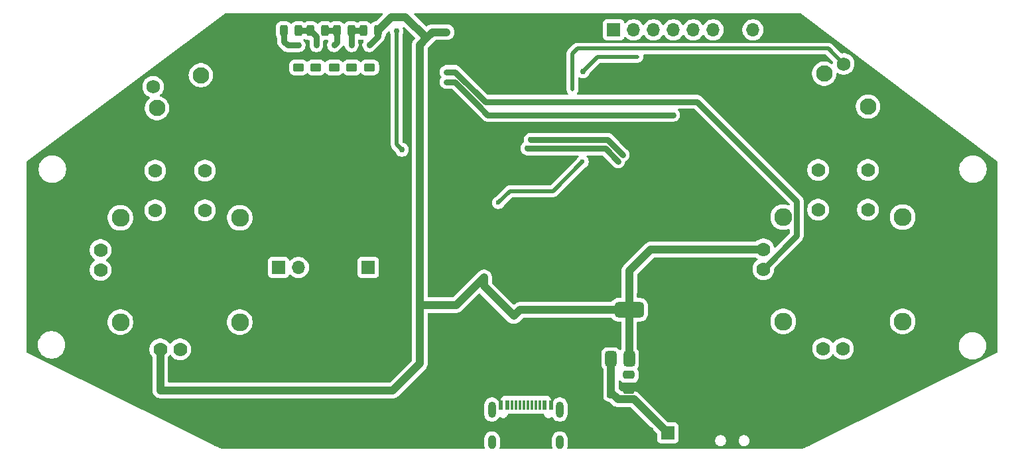
<source format=gbr>
%TF.GenerationSoftware,KiCad,Pcbnew,9.0.0*%
%TF.CreationDate,2025-04-24T22:15:06+07:00*%
%TF.ProjectId,Controll_,436f6e74-726f-46c6-9cbb-2e6b69636164,rev?*%
%TF.SameCoordinates,Original*%
%TF.FileFunction,Copper,L2,Bot*%
%TF.FilePolarity,Positive*%
%FSLAX46Y46*%
G04 Gerber Fmt 4.6, Leading zero omitted, Abs format (unit mm)*
G04 Created by KiCad (PCBNEW 9.0.0) date 2025-04-24 22:15:06*
%MOMM*%
%LPD*%
G01*
G04 APERTURE LIST*
G04 Aperture macros list*
%AMRoundRect*
0 Rectangle with rounded corners*
0 $1 Rounding radius*
0 $2 $3 $4 $5 $6 $7 $8 $9 X,Y pos of 4 corners*
0 Add a 4 corners polygon primitive as box body*
4,1,4,$2,$3,$4,$5,$6,$7,$8,$9,$2,$3,0*
0 Add four circle primitives for the rounded corners*
1,1,$1+$1,$2,$3*
1,1,$1+$1,$4,$5*
1,1,$1+$1,$6,$7*
1,1,$1+$1,$8,$9*
0 Add four rect primitives between the rounded corners*
20,1,$1+$1,$2,$3,$4,$5,0*
20,1,$1+$1,$4,$5,$6,$7,0*
20,1,$1+$1,$6,$7,$8,$9,0*
20,1,$1+$1,$8,$9,$2,$3,0*%
G04 Aperture macros list end*
%TA.AperFunction,ComponentPad*%
%ADD10C,2.100000*%
%TD*%
%TA.AperFunction,ComponentPad*%
%ADD11C,1.750000*%
%TD*%
%TA.AperFunction,ComponentPad*%
%ADD12C,1.778000*%
%TD*%
%TA.AperFunction,ComponentPad*%
%ADD13C,2.286000*%
%TD*%
%TA.AperFunction,HeatsinkPad*%
%ADD14C,0.600000*%
%TD*%
%TA.AperFunction,ComponentPad*%
%ADD15R,1.700000X1.700000*%
%TD*%
%TA.AperFunction,ComponentPad*%
%ADD16O,1.700000X1.700000*%
%TD*%
%TA.AperFunction,SMDPad,CuDef*%
%ADD17RoundRect,0.250000X-0.475000X0.250000X-0.475000X-0.250000X0.475000X-0.250000X0.475000X0.250000X0*%
%TD*%
%TA.AperFunction,SMDPad,CuDef*%
%ADD18RoundRect,0.250000X0.250000X0.475000X-0.250000X0.475000X-0.250000X-0.475000X0.250000X-0.475000X0*%
%TD*%
%TA.AperFunction,SMDPad,CuDef*%
%ADD19RoundRect,0.250000X-0.450000X0.262500X-0.450000X-0.262500X0.450000X-0.262500X0.450000X0.262500X0*%
%TD*%
%TA.AperFunction,SMDPad,CuDef*%
%ADD20RoundRect,0.250000X-0.250000X-0.475000X0.250000X-0.475000X0.250000X0.475000X-0.250000X0.475000X0*%
%TD*%
%TA.AperFunction,SMDPad,CuDef*%
%ADD21RoundRect,0.243750X-0.243750X-0.456250X0.243750X-0.456250X0.243750X0.456250X-0.243750X0.456250X0*%
%TD*%
%TA.AperFunction,SMDPad,CuDef*%
%ADD22R,0.600000X1.240000*%
%TD*%
%TA.AperFunction,SMDPad,CuDef*%
%ADD23R,0.300000X1.240000*%
%TD*%
%TA.AperFunction,HeatsinkPad*%
%ADD24O,1.000000X1.800000*%
%TD*%
%TA.AperFunction,HeatsinkPad*%
%ADD25O,1.000000X2.100000*%
%TD*%
%TA.AperFunction,SMDPad,CuDef*%
%ADD26RoundRect,0.375000X0.375000X-0.625000X0.375000X0.625000X-0.375000X0.625000X-0.375000X-0.625000X0*%
%TD*%
%TA.AperFunction,SMDPad,CuDef*%
%ADD27RoundRect,0.500000X1.400000X-0.500000X1.400000X0.500000X-1.400000X0.500000X-1.400000X-0.500000X0*%
%TD*%
%TA.AperFunction,ViaPad*%
%ADD28C,0.600000*%
%TD*%
%TA.AperFunction,ViaPad*%
%ADD29C,0.750000*%
%TD*%
%TA.AperFunction,ViaPad*%
%ADD30C,0.250000*%
%TD*%
%TA.AperFunction,ViaPad*%
%ADD31C,0.500000*%
%TD*%
%TA.AperFunction,Conductor*%
%ADD32C,0.750000*%
%TD*%
%TA.AperFunction,Conductor*%
%ADD33C,1.000000*%
%TD*%
%TA.AperFunction,Conductor*%
%ADD34C,0.500000*%
%TD*%
G04 APERTURE END LIST*
D10*
%TO.P,SW6,*%
%TO.N,*%
X92176565Y-68393723D03*
X97775000Y-64175000D03*
D11*
%TO.P,SW6,1,1*%
%TO.N,SW5*%
X91676340Y-65652852D03*
%TO.P,SW6,2,2*%
%TO.N,GND*%
X95270201Y-62944684D03*
%TD*%
D12*
%TO.P,U1,B1A,SEL+*%
%TO.N,unconnected-(U1-SEL+-PadB1A)*%
X91955000Y-76382500D03*
%TO.P,U1,B1B*%
%TO.N,N/C*%
X98305000Y-76382500D03*
%TO.P,U1,B2A,SEL-*%
%TO.N,unconnected-(U1-SEL--PadB2A)*%
X91955000Y-81462500D03*
%TO.P,U1,B2B*%
%TO.N,N/C*%
X98305000Y-81462500D03*
%TO.P,U1,H1,H+*%
%TO.N,+3.3V*%
X92590000Y-99242500D03*
%TO.P,U1,H2,H*%
%TO.N,Hori 1*%
X95130000Y-99242500D03*
%TO.P,U1,H3,H-*%
%TO.N,GND*%
X97670000Y-99242500D03*
D13*
%TO.P,U1,S1,SHIELD*%
%TO.N,unconnected-(U1-SHIELD-PadS1)_1*%
X87510000Y-82415000D03*
%TO.P,U1,S2,SHIELD*%
%TO.N,unconnected-(U1-SHIELD-PadS1)*%
X87510000Y-95750000D03*
%TO.P,U1,S3,SHIELD*%
%TO.N,unconnected-(U1-SHIELD-PadS1)_2*%
X102750000Y-95750000D03*
%TO.P,U1,S4,SHIELD*%
%TO.N,unconnected-(U1-SHIELD-PadS1)_3*%
X102750000Y-82415000D03*
D12*
%TO.P,U1,V1,V+*%
%TO.N,+3.3V*%
X84970000Y-86542500D03*
%TO.P,U1,V2,V*%
%TO.N,Vert 1*%
X84970000Y-89082500D03*
%TO.P,U1,V3,V-*%
%TO.N,GND*%
X84970000Y-91622500D03*
%TD*%
D10*
%TO.P,SW7,*%
%TO.N,*%
X177350000Y-63975000D03*
X182948434Y-68193724D03*
D11*
%TO.P,SW7,1,1*%
%TO.N,SW6*%
X179846813Y-62738667D03*
%TO.P,SW7,2,2*%
%TO.N,GND*%
X183440673Y-65446834D03*
%TD*%
D14*
%TO.P,U5,39,GND*%
%TO.N,GND*%
X135700000Y-63987500D03*
X135700000Y-65512500D03*
X136462500Y-63225000D03*
X136462500Y-64750000D03*
X136462500Y-66275000D03*
X137225000Y-63987500D03*
X137225000Y-65512500D03*
X137987500Y-63225000D03*
X137987500Y-64750000D03*
X137987500Y-66275000D03*
X138750000Y-63987500D03*
X138750000Y-65512500D03*
%TD*%
D15*
%TO.P,J2,1,Pin_1*%
%TO.N,unconnected-(J2-Pin_1-Pad1)*%
X150475000Y-58375000D03*
D16*
%TO.P,J2,2,Pin_2*%
%TO.N,unconnected-(J2-Pin_2-Pad2)*%
X153015000Y-58375000D03*
%TO.P,J2,3,Pin_3*%
%TO.N,unconnected-(J2-Pin_3-Pad3)*%
X155555000Y-58375000D03*
%TO.P,J2,4,Pin_4*%
%TO.N,unconnected-(J2-Pin_4-Pad4)*%
X158095000Y-58375000D03*
%TO.P,J2,5,Pin_5*%
%TO.N,SDA*%
X160635000Y-58375000D03*
%TO.P,J2,6,Pin_6*%
%TO.N,SCL*%
X163175000Y-58375000D03*
%TO.P,J2,7,Pin_7*%
%TO.N,GND*%
X165715000Y-58375000D03*
%TO.P,J2,8,Pin_8*%
%TO.N,+3.3V*%
X168255000Y-58375000D03*
%TD*%
D12*
%TO.P,U2,B1A,SEL+*%
%TO.N,unconnected-(U2-SEL+-PadB1A)*%
X176575000Y-76300000D03*
%TO.P,U2,B1B*%
%TO.N,N/C*%
X182925000Y-76300000D03*
%TO.P,U2,B2A,SEL-*%
%TO.N,unconnected-(U2-SEL--PadB2A)*%
X176575000Y-81380000D03*
%TO.P,U2,B2B*%
%TO.N,N/C*%
X182925000Y-81380000D03*
%TO.P,U2,H1,H+*%
%TO.N,+3.3V*%
X177210000Y-99160000D03*
%TO.P,U2,H2,H*%
%TO.N,Hori 2*%
X179750000Y-99160000D03*
%TO.P,U2,H3,H-*%
%TO.N,GND*%
X182290000Y-99160000D03*
D13*
%TO.P,U2,S1,SHIELD*%
%TO.N,unconnected-(U2-SHIELD-PadS1)_2*%
X172130000Y-82332500D03*
%TO.P,U2,S2,SHIELD*%
%TO.N,unconnected-(U2-SHIELD-PadS1)_3*%
X172130000Y-95667500D03*
%TO.P,U2,S3,SHIELD*%
%TO.N,unconnected-(U2-SHIELD-PadS1)_1*%
X187370000Y-95667500D03*
%TO.P,U2,S4,SHIELD*%
%TO.N,unconnected-(U2-SHIELD-PadS1)*%
X187370000Y-82332500D03*
D12*
%TO.P,U2,V1,V+*%
%TO.N,+3.3V*%
X169590000Y-86460000D03*
%TO.P,U2,V2,V*%
%TO.N,Vert 2*%
X169590000Y-89000000D03*
%TO.P,U2,V3,V-*%
%TO.N,GND*%
X169590000Y-91540000D03*
%TD*%
D17*
%TO.P,C6,1*%
%TO.N,+3.3V*%
X152440000Y-102520000D03*
%TO.P,C6,2*%
%TO.N,GND*%
X152440000Y-104420000D03*
%TD*%
D15*
%TO.P,J1,1,Pin_1*%
%TO.N,+3.7V*%
X157400000Y-109950000D03*
D16*
%TO.P,J1,2,Pin_2*%
%TO.N,GND*%
X154860000Y-109950000D03*
%TD*%
D15*
%TO.P,J6,1,Pin_1*%
%TO.N,unconnected-(J6-Pin_1-Pad1)*%
X119150000Y-88775000D03*
D16*
%TO.P,J6,2,Pin_2*%
%TO.N,GND*%
X121690000Y-88775000D03*
%TD*%
D18*
%TO.P,C2,1*%
%TO.N,+3.7V*%
X150150000Y-102760000D03*
%TO.P,C2,2*%
%TO.N,GND*%
X148250000Y-102760000D03*
%TD*%
D19*
%TO.P,R4,1*%
%TO.N,Net-(D8-K)*%
X117050000Y-63187500D03*
%TO.P,R4,2*%
%TO.N,GND*%
X117050000Y-65012500D03*
%TD*%
D18*
%TO.P,C1,1*%
%TO.N,+3.7V*%
X150150000Y-104740000D03*
%TO.P,C1,2*%
%TO.N,GND*%
X148250000Y-104740000D03*
%TD*%
D19*
%TO.P,R1,1*%
%TO.N,Net-(D5-K)*%
X110250000Y-63190000D03*
%TO.P,R1,2*%
%TO.N,GND*%
X110250000Y-65015000D03*
%TD*%
D20*
%TO.P,C4,1*%
%TO.N,+3.3V*%
X152460000Y-89950000D03*
%TO.P,C4,2*%
%TO.N,GND*%
X154360000Y-89950000D03*
%TD*%
D21*
%TO.P,D4,1,K*%
%TO.N,Net-(D3-A)*%
X118537500Y-58452500D03*
%TO.P,D4,2,A*%
%TO.N,+3.3V*%
X120412500Y-58452500D03*
%TD*%
D19*
%TO.P,R3,1*%
%TO.N,Net-(D7-K)*%
X114775000Y-63190000D03*
%TO.P,R3,2*%
%TO.N,GND*%
X114775000Y-65015000D03*
%TD*%
D22*
%TO.P,P2,A1,GND*%
%TO.N,GND*%
X142475000Y-106335000D03*
%TO.P,P2,A4,VBUS*%
%TO.N,+5V*%
X141675000Y-106335000D03*
D23*
%TO.P,P2,A5,CC*%
%TO.N,Net-(P2-CC)*%
X140525000Y-106335000D03*
%TO.P,P2,A6,D+*%
%TO.N,Net-(P2-D+)*%
X139525000Y-106335000D03*
%TO.P,P2,A7,D-*%
%TO.N,Net-(P2-D-)*%
X139025000Y-106335000D03*
%TO.P,P2,A8*%
%TO.N,N/C*%
X138025000Y-106335000D03*
D22*
%TO.P,P2,A9,VBUS*%
%TO.N,+5V*%
X136875000Y-106335000D03*
%TO.P,P2,A12,GND*%
%TO.N,GND*%
X136075000Y-106335000D03*
%TO.P,P2,B1,GND*%
X136075000Y-106335000D03*
%TO.P,P2,B4,VBUS*%
%TO.N,+5V*%
X136875000Y-106335000D03*
D23*
%TO.P,P2,B5,VCONN*%
%TO.N,unconnected-(P2-VCONN-PadB5)*%
X137525000Y-106335000D03*
%TO.P,P2,B6*%
%TO.N,N/C*%
X138525000Y-106335000D03*
%TO.P,P2,B7*%
X140025000Y-106335000D03*
%TO.P,P2,B8*%
X141025000Y-106335000D03*
D22*
%TO.P,P2,B9,VBUS*%
%TO.N,+5V*%
X141675000Y-106335000D03*
%TO.P,P2,B12,GND*%
%TO.N,GND*%
X142475000Y-106335000D03*
D24*
%TO.P,P2,S1,SHIELD*%
%TO.N,unconnected-(P2-SHIELD-PadS1)_1*%
X143595000Y-111135000D03*
D25*
%TO.N,unconnected-(P2-SHIELD-PadS1)*%
X143595000Y-106935000D03*
D24*
%TO.N,unconnected-(P2-SHIELD-PadS1)_3*%
X134955000Y-111135000D03*
D25*
%TO.N,unconnected-(P2-SHIELD-PadS1)_2*%
X134955000Y-106935000D03*
%TD*%
D15*
%TO.P,J5,1,Pin_1*%
%TO.N,+3.7V*%
X107700000Y-88775000D03*
D16*
%TO.P,J5,2,Pin_2*%
%TO.N,unconnected-(J5-Pin_2-Pad2)*%
X110240000Y-88775000D03*
%TD*%
D19*
%TO.P,R2,1*%
%TO.N,Net-(D6-K)*%
X112475000Y-63190000D03*
%TO.P,R2,2*%
%TO.N,GND*%
X112475000Y-65015000D03*
%TD*%
D21*
%TO.P,D1,1,K*%
%TO.N,Net-(D1-K)*%
X108375000Y-58477500D03*
%TO.P,D1,2,A*%
%TO.N,Net-(D1-A)*%
X110250000Y-58477500D03*
%TD*%
%TO.P,D3,1,K*%
%TO.N,Net-(D2-A)*%
X115112500Y-58452500D03*
%TO.P,D3,2,A*%
%TO.N,Net-(D3-A)*%
X116987500Y-58452500D03*
%TD*%
D20*
%TO.P,C3,1*%
%TO.N,+3.3V*%
X152450000Y-91910000D03*
%TO.P,C3,2*%
%TO.N,GND*%
X154350000Y-91910000D03*
%TD*%
D26*
%TO.P,U3,1,GND*%
%TO.N,GND*%
X154750000Y-100475000D03*
%TO.P,U3,2,VO*%
%TO.N,+3.3V*%
X152450000Y-100475000D03*
D27*
X152450000Y-94175000D03*
D26*
%TO.P,U3,3,VI*%
%TO.N,+3.7V*%
X150150000Y-100475000D03*
%TD*%
D21*
%TO.P,D2,1,K*%
%TO.N,Net-(D1-A)*%
X111750000Y-58477500D03*
%TO.P,D2,2,A*%
%TO.N,Net-(D2-A)*%
X113625000Y-58477500D03*
%TD*%
D19*
%TO.P,R5,1*%
%TO.N,Net-(D9-K)*%
X119325000Y-63190000D03*
%TO.P,R5,2*%
%TO.N,GND*%
X119325000Y-65015000D03*
%TD*%
D28*
%TO.N,GND*%
X106400000Y-74575000D03*
X146655000Y-57410000D03*
X132195000Y-75170000D03*
X88100000Y-102450000D03*
X113975000Y-87000000D03*
X170675000Y-101650000D03*
X180600000Y-85925000D03*
X144325000Y-81150000D03*
X98225000Y-107250000D03*
X107875000Y-72375000D03*
X128825000Y-104000000D03*
X104700000Y-74550000D03*
X160375000Y-103875000D03*
X116000000Y-84675000D03*
X116850000Y-106425000D03*
X130700000Y-88300000D03*
X194750000Y-89950000D03*
X147100000Y-98625000D03*
X164375000Y-103075000D03*
X108225000Y-83725000D03*
X105450000Y-88725000D03*
X146100000Y-87600000D03*
X86200000Y-75575000D03*
X127925000Y-86900000D03*
X108175000Y-70450000D03*
X182725000Y-91275000D03*
X129155000Y-57410000D03*
X105900000Y-81600000D03*
X80275000Y-84775000D03*
X145875000Y-100175000D03*
X185400000Y-89825000D03*
X130700000Y-104450000D03*
X103275000Y-109050000D03*
X189750000Y-101525000D03*
X91100000Y-70875000D03*
X177025000Y-70000000D03*
X127975000Y-98250000D03*
X146025000Y-84575000D03*
X157225000Y-83625000D03*
X146325000Y-78925000D03*
X142200000Y-87375000D03*
X98800000Y-87050000D03*
X83400000Y-80250000D03*
X126100000Y-107450000D03*
X131950000Y-86150000D03*
X160375000Y-84575000D03*
X173350000Y-106775000D03*
X175600000Y-106100000D03*
X145375000Y-82550000D03*
X129675000Y-98900000D03*
X187850000Y-72550000D03*
X160375000Y-90150000D03*
X146325000Y-97075000D03*
X112775000Y-72875000D03*
X181375000Y-106000000D03*
X88600000Y-90125000D03*
X153900000Y-84800000D03*
X100650000Y-91350000D03*
X102725000Y-100775000D03*
X86525000Y-71775000D03*
X115300000Y-70650000D03*
X129575000Y-89025000D03*
D29*
%TO.N,+3.3V*%
X133935000Y-90037500D03*
X119275000Y-60352500D03*
X137745000Y-94987500D03*
X129155000Y-58680000D03*
%TO.N,Hori 2*%
X158050000Y-69250000D03*
D28*
X129155000Y-65030000D03*
D29*
%TO.N,Net-(D1-K)*%
X110275000Y-60352500D03*
%TO.N,Net-(D1-A)*%
X112525000Y-60352500D03*
%TO.N,Net-(D2-A)*%
X114775000Y-60352500D03*
%TO.N,Net-(D3-A)*%
X117025000Y-60352500D03*
%TO.N,Net-(D5-K)*%
X110250000Y-63190000D03*
D30*
%TO.N,Net-(P2-D-)*%
X139025000Y-106335000D03*
D29*
%TO.N,SW5*%
X122775000Y-58550000D03*
X123450000Y-73725000D03*
D30*
%TO.N,Net-(P2-D+)*%
X139525000Y-106335000D03*
D31*
%TO.N,SW6*%
X145227000Y-66000000D03*
D30*
%TO.N,Net-(P2-CC)*%
X140525000Y-106335000D03*
D28*
%TO.N,IO0*%
X135750000Y-80500000D03*
X146500000Y-75250000D03*
D29*
%TO.N,SW2*%
X139900000Y-72450000D03*
X151600000Y-74350000D03*
%TO.N,SW4*%
X151050000Y-75200000D03*
X139450000Y-73550000D03*
%TO.N,+3.7V*%
X150150000Y-100475000D03*
X150150000Y-104720000D03*
%TO.N,Net-(D6-K)*%
X112475000Y-63190000D03*
D28*
%TO.N,Vert 2*%
X129155000Y-63760000D03*
D29*
%TO.N,SDA*%
X146572500Y-63677500D03*
D31*
X153500000Y-61825000D03*
D29*
%TO.N,Net-(D7-K)*%
X114775000Y-63190000D03*
%TO.N,Net-(D8-K)*%
X117050000Y-63215000D03*
%TO.N,Net-(D9-K)*%
X119325000Y-63190000D03*
%TD*%
D32*
%TO.N,+3.3V*%
X120412500Y-59215000D02*
X119275000Y-60352500D01*
D33*
X133935000Y-90037500D02*
X133935000Y-91177500D01*
X127320000Y-58680000D02*
X126575000Y-59425000D01*
X125725000Y-93575000D02*
X125725000Y-60275000D01*
X137745000Y-94987500D02*
X138557500Y-94175000D01*
X92625000Y-104500000D02*
X122300000Y-104500000D01*
X123899994Y-56749994D02*
X122115006Y-56749994D01*
X92590000Y-99242500D02*
X92590000Y-104465000D01*
X129155000Y-58680000D02*
X127320000Y-58680000D01*
X125725000Y-101075000D02*
X125725000Y-93575000D01*
X125725000Y-60275000D02*
X126575000Y-59425000D01*
X126575000Y-59425000D02*
X123899994Y-56749994D01*
X152460000Y-89225000D02*
X155225000Y-86460000D01*
X133935000Y-90037500D02*
X130397500Y-93575000D01*
X122115006Y-56749994D02*
X120412500Y-58452500D01*
X130397500Y-93575000D02*
X125725000Y-93575000D01*
X133935000Y-91177500D02*
X137745000Y-94987500D01*
X152460000Y-91900000D02*
X152450000Y-91910000D01*
X92590000Y-104465000D02*
X92625000Y-104500000D01*
D32*
X120412500Y-58452500D02*
X120412500Y-59215000D01*
D33*
X152460000Y-89950000D02*
X152460000Y-91900000D01*
X138557500Y-94175000D02*
X152450000Y-94175000D01*
X152450000Y-94175000D02*
X152450000Y-91910000D01*
X152450000Y-100475000D02*
X152450000Y-94175000D01*
X152460000Y-89950000D02*
X152460000Y-89225000D01*
X155225000Y-86460000D02*
X169590000Y-86460000D01*
X122300000Y-104500000D02*
X125725000Y-101075000D01*
D32*
%TO.N,Hori 2*%
X129155000Y-65030000D02*
X130185082Y-65030000D01*
X134405083Y-69250000D02*
X158050000Y-69250000D01*
X133077542Y-67922459D02*
X134405083Y-69250000D01*
X130185082Y-65030000D02*
X133077542Y-67922459D01*
%TO.N,Net-(D1-K)*%
X108375000Y-58477500D02*
X108375000Y-59852500D01*
X108375000Y-59852500D02*
X108875000Y-60352500D01*
X108875000Y-60352500D02*
X110275000Y-60352500D01*
%TO.N,Net-(D1-A)*%
X112525000Y-60352500D02*
X112525000Y-59252500D01*
X110250000Y-58477500D02*
X111750000Y-58477500D01*
X112525000Y-59252500D02*
X111750000Y-58477500D01*
%TO.N,Net-(D2-A)*%
X115112500Y-60015000D02*
X114775000Y-60352500D01*
X115112500Y-58452500D02*
X113650000Y-58452500D01*
X115112500Y-58452500D02*
X115112500Y-60015000D01*
X113650000Y-58452500D02*
X113625000Y-58477500D01*
%TO.N,Net-(D3-A)*%
X118537500Y-58452500D02*
X116987500Y-58452500D01*
X116987500Y-58452500D02*
X116987500Y-60315000D01*
X116987500Y-60315000D02*
X117025000Y-60352500D01*
D34*
%TO.N,SW5*%
X123450000Y-73725000D02*
X122775000Y-73050000D01*
X122775000Y-73050000D02*
X122775000Y-58550000D01*
%TO.N,SW6*%
X145850000Y-60775000D02*
X145227000Y-61398000D01*
X145227000Y-61398000D02*
X145227000Y-66000000D01*
X179846813Y-62738667D02*
X177883146Y-60775000D01*
X177883146Y-60775000D02*
X145850000Y-60775000D01*
%TO.N,IO0*%
X142750000Y-79000000D02*
X146500000Y-75250000D01*
X135750000Y-80500000D02*
X137250000Y-79000000D01*
X137250000Y-79000000D02*
X142500000Y-79000000D01*
X142500000Y-79000000D02*
X142750000Y-79000000D01*
D32*
%TO.N,SW2*%
X139900000Y-72450000D02*
X149700000Y-72450000D01*
X151600000Y-74350000D02*
X151625000Y-74375000D01*
X149700000Y-72450000D02*
X151600000Y-74350000D01*
%TO.N,SW4*%
X139450000Y-73550000D02*
X149400000Y-73550000D01*
X149400000Y-73550000D02*
X151050000Y-75200000D01*
D33*
%TO.N,+3.7V*%
X150150000Y-102760000D02*
X150150000Y-100475000D01*
X151031000Y-105621000D02*
X153071000Y-105621000D01*
X150150000Y-104720000D02*
X150150000Y-102760000D01*
X150150000Y-104740000D02*
X150150000Y-104720000D01*
X153071000Y-105621000D02*
X157400000Y-109950000D01*
X150150000Y-104740000D02*
X151031000Y-105621000D01*
D32*
%TO.N,Vert 2*%
X134074932Y-67574932D02*
X161124932Y-67574932D01*
X130260000Y-63760000D02*
X134074932Y-67574932D01*
X173849000Y-84741000D02*
X169590000Y-89000000D01*
X173849000Y-80299000D02*
X173849000Y-84741000D01*
X129155000Y-63760000D02*
X130260000Y-63760000D01*
X161124932Y-67574932D02*
X173849000Y-80299000D01*
D34*
%TO.N,SDA*%
X146572500Y-63677500D02*
X148425000Y-61825000D01*
X153500000Y-61825000D02*
X153525000Y-61825000D01*
X148425000Y-61825000D02*
X153500000Y-61825000D01*
%TD*%
%TA.AperFunction,Conductor*%
%TO.N,GND*%
G36*
X174293883Y-56247194D02*
G01*
X174301508Y-56252505D01*
X199450147Y-75212261D01*
X199491828Y-75268337D01*
X199499500Y-75311275D01*
X199499500Y-99611892D01*
X199479815Y-99678931D01*
X199430404Y-99723075D01*
X175812630Y-111385876D01*
X175812629Y-111385875D01*
X175804578Y-111389850D01*
X175776374Y-111399017D01*
X175745766Y-111418894D01*
X175739239Y-111422118D01*
X175739233Y-111422122D01*
X175713026Y-111435064D01*
X175706550Y-111440749D01*
X175687222Y-111454670D01*
X175436186Y-111601082D01*
X175425630Y-111606578D01*
X175131482Y-111742190D01*
X175120450Y-111746647D01*
X174814674Y-111853436D01*
X174803265Y-111856816D01*
X174488656Y-111933805D01*
X174476976Y-111936076D01*
X174156422Y-111982558D01*
X174144577Y-111983698D01*
X173818611Y-111999357D01*
X173812661Y-111999500D01*
X144671110Y-111999500D01*
X144604071Y-111979815D01*
X144558316Y-111927011D01*
X144548372Y-111857853D01*
X144556548Y-111828050D01*
X144557049Y-111826839D01*
X144557051Y-111826835D01*
X144573888Y-111742190D01*
X144595500Y-111633543D01*
X144595500Y-110636456D01*
X144557052Y-110443170D01*
X144557051Y-110443169D01*
X144557051Y-110443165D01*
X144531255Y-110380888D01*
X144481635Y-110261092D01*
X144481628Y-110261079D01*
X144372139Y-110097218D01*
X144372136Y-110097214D01*
X144232785Y-109957863D01*
X144232781Y-109957860D01*
X144068920Y-109848371D01*
X144068907Y-109848364D01*
X143886839Y-109772950D01*
X143886829Y-109772947D01*
X143693543Y-109734500D01*
X143693541Y-109734500D01*
X143496459Y-109734500D01*
X143496457Y-109734500D01*
X143303170Y-109772947D01*
X143303160Y-109772950D01*
X143121092Y-109848364D01*
X143121079Y-109848371D01*
X142957218Y-109957860D01*
X142957214Y-109957863D01*
X142817863Y-110097214D01*
X142817860Y-110097218D01*
X142708371Y-110261079D01*
X142708364Y-110261092D01*
X142632950Y-110443160D01*
X142632947Y-110443170D01*
X142594500Y-110636456D01*
X142594500Y-110636459D01*
X142594500Y-111633541D01*
X142594500Y-111633543D01*
X142594499Y-111633543D01*
X142632947Y-111826829D01*
X142632950Y-111826839D01*
X142633452Y-111828050D01*
X142633525Y-111828734D01*
X142634717Y-111832662D01*
X142633972Y-111832888D01*
X142640919Y-111897520D01*
X142609643Y-111959998D01*
X142549553Y-111995649D01*
X142518890Y-111999500D01*
X136031110Y-111999500D01*
X135964071Y-111979815D01*
X135918316Y-111927011D01*
X135908372Y-111857853D01*
X135916548Y-111828050D01*
X135917049Y-111826839D01*
X135917051Y-111826835D01*
X135933888Y-111742190D01*
X135955500Y-111633543D01*
X135955500Y-110636456D01*
X135917052Y-110443170D01*
X135917051Y-110443169D01*
X135917051Y-110443165D01*
X135891255Y-110380888D01*
X135841635Y-110261092D01*
X135841628Y-110261079D01*
X135732139Y-110097218D01*
X135732136Y-110097214D01*
X135592785Y-109957863D01*
X135592781Y-109957860D01*
X135428920Y-109848371D01*
X135428907Y-109848364D01*
X135246839Y-109772950D01*
X135246829Y-109772947D01*
X135053543Y-109734500D01*
X135053541Y-109734500D01*
X134856459Y-109734500D01*
X134856457Y-109734500D01*
X134663170Y-109772947D01*
X134663160Y-109772950D01*
X134481092Y-109848364D01*
X134481079Y-109848371D01*
X134317218Y-109957860D01*
X134317214Y-109957863D01*
X134177863Y-110097214D01*
X134177860Y-110097218D01*
X134068371Y-110261079D01*
X134068364Y-110261092D01*
X133992950Y-110443160D01*
X133992947Y-110443170D01*
X133954500Y-110636456D01*
X133954500Y-110636459D01*
X133954500Y-111633541D01*
X133954500Y-111633543D01*
X133954499Y-111633543D01*
X133992947Y-111826829D01*
X133992950Y-111826839D01*
X133993452Y-111828050D01*
X133993525Y-111828734D01*
X133994717Y-111832662D01*
X133993972Y-111832888D01*
X134000919Y-111897520D01*
X133969643Y-111959998D01*
X133909553Y-111995649D01*
X133878890Y-111999500D01*
X101266141Y-111999500D01*
X101258536Y-111999499D01*
X101258533Y-111999499D01*
X101228144Y-111999499D01*
X101195622Y-111999499D01*
X101195621Y-111999498D01*
X101189639Y-111999354D01*
X100861140Y-111983481D01*
X100849223Y-111982327D01*
X100526734Y-111935277D01*
X100514985Y-111932979D01*
X100198538Y-111855049D01*
X100187064Y-111851628D01*
X99879614Y-111743543D01*
X99868524Y-111739032D01*
X99572921Y-111601798D01*
X99562318Y-111596238D01*
X99309137Y-111447475D01*
X99306549Y-111445911D01*
X99297854Y-111440512D01*
X99282702Y-111427216D01*
X99252143Y-111412132D01*
X99247022Y-111408953D01*
X99246719Y-111408614D01*
X99244527Y-111407362D01*
X99221050Y-111391997D01*
X99221049Y-111391996D01*
X99221048Y-111391996D01*
X99221045Y-111391995D01*
X99200273Y-111385163D01*
X99184133Y-111378564D01*
X91495307Y-107583543D01*
X133954499Y-107583543D01*
X133992947Y-107776829D01*
X133992950Y-107776839D01*
X134068364Y-107958907D01*
X134068371Y-107958920D01*
X134177860Y-108122781D01*
X134177863Y-108122785D01*
X134317214Y-108262136D01*
X134317218Y-108262139D01*
X134481079Y-108371628D01*
X134481092Y-108371635D01*
X134663160Y-108447049D01*
X134663165Y-108447051D01*
X134663169Y-108447051D01*
X134663170Y-108447052D01*
X134856456Y-108485500D01*
X134856459Y-108485500D01*
X135053543Y-108485500D01*
X135183582Y-108459632D01*
X135246835Y-108447051D01*
X135428914Y-108371632D01*
X135592782Y-108262139D01*
X135732139Y-108122782D01*
X135841632Y-107958914D01*
X135841635Y-107958906D01*
X135844446Y-107953648D01*
X135893405Y-107903800D01*
X135961542Y-107888335D01*
X136027223Y-107912163D01*
X136029300Y-107913722D01*
X136031632Y-107915512D01*
X136031635Y-107915515D01*
X136162865Y-107991281D01*
X136309234Y-108030500D01*
X136309236Y-108030500D01*
X136460764Y-108030500D01*
X136460766Y-108030500D01*
X136607135Y-107991281D01*
X136738365Y-107915515D01*
X136845515Y-107808365D01*
X136921281Y-107677135D01*
X136956041Y-107547404D01*
X136969771Y-107524879D01*
X136980138Y-107500621D01*
X136987669Y-107495515D01*
X136992406Y-107487745D01*
X137016136Y-107476217D01*
X137037972Y-107461415D01*
X137050707Y-107459424D01*
X137055253Y-107457216D01*
X137072773Y-107455536D01*
X137074280Y-107455499D01*
X137222872Y-107455499D01*
X137266846Y-107450771D01*
X137271958Y-107450646D01*
X137274481Y-107451320D01*
X137288252Y-107451320D01*
X137327127Y-107455500D01*
X137722872Y-107455499D01*
X137722873Y-107455498D01*
X137722885Y-107455498D01*
X137761744Y-107451320D01*
X137788252Y-107451320D01*
X137827127Y-107455500D01*
X138222872Y-107455499D01*
X138222873Y-107455498D01*
X138222885Y-107455498D01*
X138261744Y-107451320D01*
X138288252Y-107451320D01*
X138327127Y-107455500D01*
X138722872Y-107455499D01*
X138722873Y-107455498D01*
X138722885Y-107455498D01*
X138761744Y-107451320D01*
X138788252Y-107451320D01*
X138827127Y-107455500D01*
X139222872Y-107455499D01*
X139222873Y-107455498D01*
X139222885Y-107455498D01*
X139261744Y-107451320D01*
X139288252Y-107451320D01*
X139327127Y-107455500D01*
X139722872Y-107455499D01*
X139722873Y-107455498D01*
X139722885Y-107455498D01*
X139761744Y-107451320D01*
X139788252Y-107451320D01*
X139827127Y-107455500D01*
X140222872Y-107455499D01*
X140222873Y-107455498D01*
X140222885Y-107455498D01*
X140261744Y-107451320D01*
X140288252Y-107451320D01*
X140327127Y-107455500D01*
X140722872Y-107455499D01*
X140722873Y-107455498D01*
X140722885Y-107455498D01*
X140761744Y-107451320D01*
X140788252Y-107451320D01*
X140827127Y-107455500D01*
X141222872Y-107455499D01*
X141222873Y-107455498D01*
X141222885Y-107455498D01*
X141261744Y-107451320D01*
X141278044Y-107450646D01*
X141283149Y-107450771D01*
X141327127Y-107455500D01*
X141475737Y-107455499D01*
X141477227Y-107455536D01*
X141509109Y-107465754D01*
X141541223Y-107475183D01*
X141542258Y-107476377D01*
X141543763Y-107476860D01*
X141565060Y-107502692D01*
X141586978Y-107527987D01*
X141587800Y-107530275D01*
X141588209Y-107530771D01*
X141588322Y-107531727D01*
X141593957Y-107547401D01*
X141614282Y-107623256D01*
X141628719Y-107677136D01*
X141666602Y-107742750D01*
X141704485Y-107808365D01*
X141811635Y-107915515D01*
X141942865Y-107991281D01*
X142089234Y-108030500D01*
X142089236Y-108030500D01*
X142240764Y-108030500D01*
X142240766Y-108030500D01*
X142387135Y-107991281D01*
X142518365Y-107915515D01*
X142518372Y-107915507D01*
X142520694Y-107913726D01*
X142523021Y-107912825D01*
X142525403Y-107911451D01*
X142525617Y-107911822D01*
X142585861Y-107888525D01*
X142654307Y-107902556D01*
X142704302Y-107951365D01*
X142705551Y-107953644D01*
X142708369Y-107958916D01*
X142817860Y-108122781D01*
X142817863Y-108122785D01*
X142957214Y-108262136D01*
X142957218Y-108262139D01*
X143121079Y-108371628D01*
X143121092Y-108371635D01*
X143303160Y-108447049D01*
X143303165Y-108447051D01*
X143303169Y-108447051D01*
X143303170Y-108447052D01*
X143496456Y-108485500D01*
X143496459Y-108485500D01*
X143693543Y-108485500D01*
X143823582Y-108459632D01*
X143886835Y-108447051D01*
X144068914Y-108371632D01*
X144232782Y-108262139D01*
X144372139Y-108122782D01*
X144481632Y-107958914D01*
X144557051Y-107776835D01*
X144595500Y-107583541D01*
X144595500Y-106286459D01*
X144595500Y-106286456D01*
X144557052Y-106093170D01*
X144557051Y-106093169D01*
X144557051Y-106093165D01*
X144519214Y-106001818D01*
X144481635Y-105911092D01*
X144481628Y-105911079D01*
X144372139Y-105747218D01*
X144372136Y-105747214D01*
X144232785Y-105607863D01*
X144232781Y-105607860D01*
X144068920Y-105498371D01*
X144068907Y-105498364D01*
X143886839Y-105422950D01*
X143886829Y-105422947D01*
X143693543Y-105384500D01*
X143693541Y-105384500D01*
X143496459Y-105384500D01*
X143496457Y-105384500D01*
X143303170Y-105422947D01*
X143303160Y-105422950D01*
X143121092Y-105498364D01*
X143121079Y-105498371D01*
X142957218Y-105607860D01*
X142957214Y-105607863D01*
X142817863Y-105747214D01*
X142817860Y-105747218D01*
X142704983Y-105916151D01*
X142703775Y-105915343D01*
X142659891Y-105960016D01*
X142591752Y-105975474D01*
X142526074Y-105951640D01*
X142483707Y-105896080D01*
X142475499Y-105851716D01*
X142475499Y-105667129D01*
X142475498Y-105667123D01*
X142475497Y-105667116D01*
X142469091Y-105607517D01*
X142441796Y-105534336D01*
X142418797Y-105472671D01*
X142418793Y-105472664D01*
X142332547Y-105357455D01*
X142332544Y-105357452D01*
X142217335Y-105271206D01*
X142217328Y-105271202D01*
X142082486Y-105220910D01*
X142082485Y-105220909D01*
X142082483Y-105220909D01*
X142022873Y-105214500D01*
X142022863Y-105214500D01*
X141327130Y-105214500D01*
X141327119Y-105214501D01*
X141288253Y-105218679D01*
X141261748Y-105218679D01*
X141222874Y-105214500D01*
X140827130Y-105214500D01*
X140827119Y-105214501D01*
X140788253Y-105218679D01*
X140761748Y-105218679D01*
X140722874Y-105214500D01*
X140327130Y-105214500D01*
X140327119Y-105214501D01*
X140288253Y-105218679D01*
X140261748Y-105218679D01*
X140222874Y-105214500D01*
X139827130Y-105214500D01*
X139827119Y-105214501D01*
X139788253Y-105218679D01*
X139761748Y-105218679D01*
X139722874Y-105214500D01*
X139327130Y-105214500D01*
X139327119Y-105214501D01*
X139288253Y-105218679D01*
X139261748Y-105218679D01*
X139222874Y-105214500D01*
X138827130Y-105214500D01*
X138827119Y-105214501D01*
X138788253Y-105218679D01*
X138761748Y-105218679D01*
X138722874Y-105214500D01*
X138327130Y-105214500D01*
X138327119Y-105214501D01*
X138288253Y-105218679D01*
X138261748Y-105218679D01*
X138222874Y-105214500D01*
X137827130Y-105214500D01*
X137827119Y-105214501D01*
X137788253Y-105218679D01*
X137761748Y-105218679D01*
X137722874Y-105214500D01*
X137327130Y-105214500D01*
X137327119Y-105214501D01*
X137288253Y-105218679D01*
X137261748Y-105218679D01*
X137222874Y-105214500D01*
X136527129Y-105214500D01*
X136527123Y-105214501D01*
X136467516Y-105220908D01*
X136332671Y-105271202D01*
X136332664Y-105271206D01*
X136217455Y-105357452D01*
X136217452Y-105357455D01*
X136131206Y-105472664D01*
X136131202Y-105472671D01*
X136080908Y-105607517D01*
X136074501Y-105667116D01*
X136074501Y-105667123D01*
X136074500Y-105667135D01*
X136074500Y-105851714D01*
X136054815Y-105918753D01*
X136002011Y-105964508D01*
X135932853Y-105974452D01*
X135869297Y-105945427D01*
X135845604Y-105915758D01*
X135845017Y-105916151D01*
X135732139Y-105747218D01*
X135732136Y-105747214D01*
X135592785Y-105607863D01*
X135592781Y-105607860D01*
X135428920Y-105498371D01*
X135428907Y-105498364D01*
X135246839Y-105422950D01*
X135246829Y-105422947D01*
X135053543Y-105384500D01*
X135053541Y-105384500D01*
X134856459Y-105384500D01*
X134856457Y-105384500D01*
X134663170Y-105422947D01*
X134663160Y-105422950D01*
X134481092Y-105498364D01*
X134481079Y-105498371D01*
X134317218Y-105607860D01*
X134317214Y-105607863D01*
X134177863Y-105747214D01*
X134177860Y-105747218D01*
X134068371Y-105911079D01*
X134068364Y-105911092D01*
X133992950Y-106093160D01*
X133992947Y-106093170D01*
X133954500Y-106286456D01*
X133954500Y-106286459D01*
X133954500Y-107583541D01*
X133954500Y-107583543D01*
X133954499Y-107583543D01*
X91495307Y-107583543D01*
X89080314Y-106391560D01*
X75569618Y-99723003D01*
X75518214Y-99675680D01*
X75500500Y-99611810D01*
X75500500Y-98560258D01*
X76974500Y-98560258D01*
X76974500Y-98789741D01*
X76998825Y-98974500D01*
X77004452Y-99017238D01*
X77035507Y-99133138D01*
X77063842Y-99238887D01*
X77151650Y-99450876D01*
X77151657Y-99450890D01*
X77266392Y-99649617D01*
X77406081Y-99831661D01*
X77406089Y-99831670D01*
X77568330Y-99993911D01*
X77568338Y-99993918D01*
X77750382Y-100133607D01*
X77750385Y-100133608D01*
X77750388Y-100133611D01*
X77949112Y-100248344D01*
X77949117Y-100248346D01*
X77949123Y-100248349D01*
X77987775Y-100264359D01*
X78161113Y-100336158D01*
X78382762Y-100395548D01*
X78610266Y-100425500D01*
X78610273Y-100425500D01*
X78839727Y-100425500D01*
X78839734Y-100425500D01*
X79067238Y-100395548D01*
X79288887Y-100336158D01*
X79500888Y-100248344D01*
X79699612Y-100133611D01*
X79881661Y-99993919D01*
X79881665Y-99993914D01*
X79881670Y-99993911D01*
X80043911Y-99831670D01*
X80043914Y-99831665D01*
X80043919Y-99831661D01*
X80183611Y-99649612D01*
X80298344Y-99450888D01*
X80386158Y-99238887D01*
X80445548Y-99017238D01*
X80475500Y-98789734D01*
X80475500Y-98560266D01*
X80445548Y-98332762D01*
X80386158Y-98111113D01*
X80328367Y-97971593D01*
X80298349Y-97899123D01*
X80298346Y-97899117D01*
X80298344Y-97899112D01*
X80183611Y-97700388D01*
X80183608Y-97700385D01*
X80183607Y-97700382D01*
X80043918Y-97518338D01*
X80043911Y-97518330D01*
X79881670Y-97356089D01*
X79881661Y-97356081D01*
X79699617Y-97216392D01*
X79500890Y-97101657D01*
X79500876Y-97101650D01*
X79288887Y-97013842D01*
X79250622Y-97003589D01*
X79067238Y-96954452D01*
X79029215Y-96949446D01*
X78839741Y-96924500D01*
X78839734Y-96924500D01*
X78610266Y-96924500D01*
X78610258Y-96924500D01*
X78393715Y-96953009D01*
X78382762Y-96954452D01*
X78289076Y-96979554D01*
X78161112Y-97013842D01*
X77949123Y-97101650D01*
X77949109Y-97101657D01*
X77750382Y-97216392D01*
X77568338Y-97356081D01*
X77406081Y-97518338D01*
X77266392Y-97700382D01*
X77151657Y-97899109D01*
X77151650Y-97899123D01*
X77063842Y-98111112D01*
X77004453Y-98332759D01*
X77004451Y-98332770D01*
X76974500Y-98560258D01*
X75500500Y-98560258D01*
X75500500Y-95620648D01*
X85866500Y-95620648D01*
X85866500Y-95879351D01*
X85893901Y-96052354D01*
X85906968Y-96134854D01*
X85986909Y-96380885D01*
X86104353Y-96611382D01*
X86256408Y-96820668D01*
X86439332Y-97003592D01*
X86648618Y-97155647D01*
X86879115Y-97273091D01*
X87125146Y-97353032D01*
X87220961Y-97368207D01*
X87380649Y-97393500D01*
X87380654Y-97393500D01*
X87639351Y-97393500D01*
X87781294Y-97371017D01*
X87894854Y-97353032D01*
X88140885Y-97273091D01*
X88371382Y-97155647D01*
X88580668Y-97003592D01*
X88763592Y-96820668D01*
X88915647Y-96611382D01*
X89033091Y-96380885D01*
X89113032Y-96134854D01*
X89136291Y-95987999D01*
X89153500Y-95879351D01*
X89153500Y-95620648D01*
X101106500Y-95620648D01*
X101106500Y-95879351D01*
X101133901Y-96052354D01*
X101146968Y-96134854D01*
X101226909Y-96380885D01*
X101344353Y-96611382D01*
X101496408Y-96820668D01*
X101679332Y-97003592D01*
X101888618Y-97155647D01*
X102119115Y-97273091D01*
X102365146Y-97353032D01*
X102460961Y-97368207D01*
X102620649Y-97393500D01*
X102620654Y-97393500D01*
X102879351Y-97393500D01*
X103021294Y-97371017D01*
X103134854Y-97353032D01*
X103380885Y-97273091D01*
X103611382Y-97155647D01*
X103820668Y-97003592D01*
X104003592Y-96820668D01*
X104155647Y-96611382D01*
X104273091Y-96380885D01*
X104353032Y-96134854D01*
X104376291Y-95987999D01*
X104393500Y-95879351D01*
X104393500Y-95620648D01*
X104353032Y-95365149D01*
X104353032Y-95365146D01*
X104273091Y-95119115D01*
X104155647Y-94888618D01*
X104003592Y-94679332D01*
X103820668Y-94496408D01*
X103611382Y-94344353D01*
X103380885Y-94226909D01*
X103134854Y-94146968D01*
X103134852Y-94146967D01*
X103134850Y-94146967D01*
X102879351Y-94106500D01*
X102879346Y-94106500D01*
X102620654Y-94106500D01*
X102620649Y-94106500D01*
X102365149Y-94146967D01*
X102119112Y-94226910D01*
X101888617Y-94344353D01*
X101679329Y-94496410D01*
X101496410Y-94679329D01*
X101344353Y-94888617D01*
X101226910Y-95119112D01*
X101146967Y-95365149D01*
X101106500Y-95620648D01*
X89153500Y-95620648D01*
X89113032Y-95365149D01*
X89113032Y-95365146D01*
X89033091Y-95119115D01*
X88915647Y-94888618D01*
X88763592Y-94679332D01*
X88580668Y-94496408D01*
X88371382Y-94344353D01*
X88140885Y-94226909D01*
X87894854Y-94146968D01*
X87894852Y-94146967D01*
X87894850Y-94146967D01*
X87639351Y-94106500D01*
X87639346Y-94106500D01*
X87380654Y-94106500D01*
X87380649Y-94106500D01*
X87125149Y-94146967D01*
X86879112Y-94226910D01*
X86648617Y-94344353D01*
X86439329Y-94496410D01*
X86256410Y-94679329D01*
X86104353Y-94888617D01*
X85986910Y-95119112D01*
X85906967Y-95365149D01*
X85866500Y-95620648D01*
X75500500Y-95620648D01*
X75500500Y-86433138D01*
X83580500Y-86433138D01*
X83580500Y-86651861D01*
X83614714Y-86867876D01*
X83682297Y-87075880D01*
X83682298Y-87075883D01*
X83781595Y-87270760D01*
X83910142Y-87447693D01*
X84064806Y-87602357D01*
X84215969Y-87712182D01*
X84258635Y-87767511D01*
X84264614Y-87837125D01*
X84232009Y-87898920D01*
X84215969Y-87912818D01*
X84064806Y-88022642D01*
X83910142Y-88177306D01*
X83781595Y-88354239D01*
X83682298Y-88549116D01*
X83682297Y-88549119D01*
X83614714Y-88757123D01*
X83580500Y-88973138D01*
X83580500Y-89191861D01*
X83614714Y-89407876D01*
X83682297Y-89615880D01*
X83682298Y-89615883D01*
X83741710Y-89732483D01*
X83778715Y-89805109D01*
X83781595Y-89810760D01*
X83910142Y-89987693D01*
X84064806Y-90142357D01*
X84230374Y-90262647D01*
X84241743Y-90270907D01*
X84369132Y-90335815D01*
X84436616Y-90370201D01*
X84436619Y-90370202D01*
X84496014Y-90389500D01*
X84644625Y-90437786D01*
X84744672Y-90453632D01*
X84860639Y-90472000D01*
X84860644Y-90472000D01*
X85079361Y-90472000D01*
X85184082Y-90455412D01*
X85295375Y-90437786D01*
X85503383Y-90370201D01*
X85698257Y-90270907D01*
X85811809Y-90188407D01*
X85875193Y-90142357D01*
X85875195Y-90142354D01*
X85875199Y-90142352D01*
X86029852Y-89987699D01*
X86029854Y-89987695D01*
X86029857Y-89987693D01*
X86128835Y-89851459D01*
X86158407Y-89810757D01*
X86257701Y-89615883D01*
X86325286Y-89407875D01*
X86343415Y-89293412D01*
X86359500Y-89191861D01*
X86359500Y-88973138D01*
X86337298Y-88832966D01*
X86325286Y-88757125D01*
X86257701Y-88549117D01*
X86257701Y-88549116D01*
X86211660Y-88458757D01*
X86158407Y-88354243D01*
X86098465Y-88271739D01*
X86029857Y-88177306D01*
X85875199Y-88022648D01*
X85808412Y-87974125D01*
X85724028Y-87912816D01*
X85696514Y-87877135D01*
X106349500Y-87877135D01*
X106349500Y-89672870D01*
X106349501Y-89672876D01*
X106355908Y-89732483D01*
X106406202Y-89867328D01*
X106406206Y-89867335D01*
X106492452Y-89982544D01*
X106492455Y-89982547D01*
X106607664Y-90068793D01*
X106607671Y-90068797D01*
X106742517Y-90119091D01*
X106742516Y-90119091D01*
X106749444Y-90119835D01*
X106802127Y-90125500D01*
X108597872Y-90125499D01*
X108657483Y-90119091D01*
X108792331Y-90068796D01*
X108907546Y-89982546D01*
X108993796Y-89867331D01*
X109042810Y-89735916D01*
X109084681Y-89679984D01*
X109150145Y-89655566D01*
X109218418Y-89670417D01*
X109246673Y-89691569D01*
X109360213Y-89805109D01*
X109532179Y-89930048D01*
X109532181Y-89930049D01*
X109532184Y-89930051D01*
X109721588Y-90026557D01*
X109923757Y-90092246D01*
X110133713Y-90125500D01*
X110133714Y-90125500D01*
X110346286Y-90125500D01*
X110346287Y-90125500D01*
X110556243Y-90092246D01*
X110758412Y-90026557D01*
X110947816Y-89930051D01*
X111034138Y-89867335D01*
X111119786Y-89805109D01*
X111119788Y-89805106D01*
X111119792Y-89805104D01*
X111270104Y-89654792D01*
X111270106Y-89654788D01*
X111270109Y-89654786D01*
X111395048Y-89482820D01*
X111395047Y-89482820D01*
X111395051Y-89482816D01*
X111491557Y-89293412D01*
X111557246Y-89091243D01*
X111590500Y-88881287D01*
X111590500Y-88668713D01*
X111557246Y-88458757D01*
X111491557Y-88256588D01*
X111395051Y-88067184D01*
X111362690Y-88022642D01*
X111307511Y-87946694D01*
X111307508Y-87946691D01*
X111302754Y-87940148D01*
X111270104Y-87895208D01*
X111252031Y-87877135D01*
X117799500Y-87877135D01*
X117799500Y-89672870D01*
X117799501Y-89672876D01*
X117805908Y-89732483D01*
X117856202Y-89867328D01*
X117856206Y-89867335D01*
X117942452Y-89982544D01*
X117942455Y-89982547D01*
X118057664Y-90068793D01*
X118057671Y-90068797D01*
X118192517Y-90119091D01*
X118192516Y-90119091D01*
X118199444Y-90119835D01*
X118252127Y-90125500D01*
X120047872Y-90125499D01*
X120107483Y-90119091D01*
X120242331Y-90068796D01*
X120357546Y-89982546D01*
X120443796Y-89867331D01*
X120494091Y-89732483D01*
X120500500Y-89672873D01*
X120500499Y-87877128D01*
X120494091Y-87817517D01*
X120491881Y-87811593D01*
X120443797Y-87682671D01*
X120443793Y-87682664D01*
X120357547Y-87567455D01*
X120357544Y-87567452D01*
X120242335Y-87481206D01*
X120242328Y-87481202D01*
X120107482Y-87430908D01*
X120107483Y-87430908D01*
X120047883Y-87424501D01*
X120047881Y-87424500D01*
X120047873Y-87424500D01*
X120047864Y-87424500D01*
X118252129Y-87424500D01*
X118252123Y-87424501D01*
X118192516Y-87430908D01*
X118057671Y-87481202D01*
X118057664Y-87481206D01*
X117942455Y-87567452D01*
X117942452Y-87567455D01*
X117856206Y-87682664D01*
X117856202Y-87682671D01*
X117805908Y-87817517D01*
X117801611Y-87857489D01*
X117799501Y-87877123D01*
X117799500Y-87877135D01*
X111252031Y-87877135D01*
X111119792Y-87744896D01*
X111119786Y-87744890D01*
X110947820Y-87619951D01*
X110758414Y-87523444D01*
X110758413Y-87523443D01*
X110758412Y-87523443D01*
X110556243Y-87457754D01*
X110556241Y-87457753D01*
X110556240Y-87457753D01*
X110394957Y-87432208D01*
X110346287Y-87424500D01*
X110133713Y-87424500D01*
X110085042Y-87432208D01*
X109923760Y-87457753D01*
X109721585Y-87523444D01*
X109532179Y-87619951D01*
X109360215Y-87744889D01*
X109246673Y-87858431D01*
X109185350Y-87891915D01*
X109115658Y-87886931D01*
X109059725Y-87845059D01*
X109042810Y-87814082D01*
X108993797Y-87682671D01*
X108993793Y-87682664D01*
X108907547Y-87567455D01*
X108907544Y-87567452D01*
X108792335Y-87481206D01*
X108792328Y-87481202D01*
X108657482Y-87430908D01*
X108657483Y-87430908D01*
X108597883Y-87424501D01*
X108597881Y-87424500D01*
X108597873Y-87424500D01*
X108597864Y-87424500D01*
X106802129Y-87424500D01*
X106802123Y-87424501D01*
X106742516Y-87430908D01*
X106607671Y-87481202D01*
X106607664Y-87481206D01*
X106492455Y-87567452D01*
X106492452Y-87567455D01*
X106406206Y-87682664D01*
X106406202Y-87682671D01*
X106355908Y-87817517D01*
X106351611Y-87857489D01*
X106349501Y-87877123D01*
X106349500Y-87877135D01*
X85696514Y-87877135D01*
X85681364Y-87857489D01*
X85675385Y-87787876D01*
X85707990Y-87726081D01*
X85724023Y-87712186D01*
X85875199Y-87602352D01*
X86029852Y-87447699D01*
X86029854Y-87447695D01*
X86029857Y-87447693D01*
X86086229Y-87370101D01*
X86158407Y-87270757D01*
X86257701Y-87075883D01*
X86325286Y-86867875D01*
X86342912Y-86756582D01*
X86359500Y-86651861D01*
X86359500Y-86433138D01*
X86327458Y-86230840D01*
X86325286Y-86217125D01*
X86257701Y-86009117D01*
X86257701Y-86009116D01*
X86215664Y-85926616D01*
X86158407Y-85814243D01*
X86062955Y-85682863D01*
X86029857Y-85637306D01*
X85875193Y-85482642D01*
X85698260Y-85354095D01*
X85698259Y-85354094D01*
X85698257Y-85354093D01*
X85635825Y-85322282D01*
X85503383Y-85254798D01*
X85503380Y-85254797D01*
X85295376Y-85187214D01*
X85079361Y-85153000D01*
X85079356Y-85153000D01*
X84860644Y-85153000D01*
X84860639Y-85153000D01*
X84644623Y-85187214D01*
X84436619Y-85254797D01*
X84436616Y-85254798D01*
X84241739Y-85354095D01*
X84064806Y-85482642D01*
X83910142Y-85637306D01*
X83781595Y-85814239D01*
X83682298Y-86009116D01*
X83682297Y-86009119D01*
X83614714Y-86217123D01*
X83580500Y-86433138D01*
X75500500Y-86433138D01*
X75500500Y-82285648D01*
X85866500Y-82285648D01*
X85866500Y-82544351D01*
X85899104Y-82750202D01*
X85906968Y-82799854D01*
X85986909Y-83045885D01*
X86104353Y-83276382D01*
X86256408Y-83485668D01*
X86439332Y-83668592D01*
X86648618Y-83820647D01*
X86879115Y-83938091D01*
X87125146Y-84018032D01*
X87220961Y-84033207D01*
X87380649Y-84058500D01*
X87380654Y-84058500D01*
X87639351Y-84058500D01*
X87781294Y-84036017D01*
X87894854Y-84018032D01*
X88140885Y-83938091D01*
X88371382Y-83820647D01*
X88580668Y-83668592D01*
X88763592Y-83485668D01*
X88915647Y-83276382D01*
X89033091Y-83045885D01*
X89113032Y-82799854D01*
X89136623Y-82650904D01*
X89153500Y-82544351D01*
X89153500Y-82285648D01*
X89113032Y-82030149D01*
X89113032Y-82030146D01*
X89033091Y-81784115D01*
X88915647Y-81553618D01*
X88769990Y-81353138D01*
X90565500Y-81353138D01*
X90565500Y-81571861D01*
X90599714Y-81787876D01*
X90667297Y-81995880D01*
X90667298Y-81995883D01*
X90724556Y-82108256D01*
X90766592Y-82190756D01*
X90766595Y-82190760D01*
X90895142Y-82367693D01*
X91049806Y-82522357D01*
X91215374Y-82642647D01*
X91226743Y-82650907D01*
X91354132Y-82715815D01*
X91421616Y-82750201D01*
X91421619Y-82750202D01*
X91481014Y-82769500D01*
X91629625Y-82817786D01*
X91729672Y-82833632D01*
X91845639Y-82852000D01*
X91845644Y-82852000D01*
X92064361Y-82852000D01*
X92169082Y-82835412D01*
X92280375Y-82817786D01*
X92488383Y-82750201D01*
X92683257Y-82650907D01*
X92796809Y-82568407D01*
X92860193Y-82522357D01*
X92860195Y-82522354D01*
X92860199Y-82522352D01*
X93014852Y-82367699D01*
X93014854Y-82367695D01*
X93014857Y-82367693D01*
X93074796Y-82285192D01*
X93143407Y-82190757D01*
X93242701Y-81995883D01*
X93310286Y-81787875D01*
X93327912Y-81676582D01*
X93344500Y-81571861D01*
X93344500Y-81353138D01*
X96915500Y-81353138D01*
X96915500Y-81571861D01*
X96949714Y-81787876D01*
X97017297Y-81995880D01*
X97017298Y-81995883D01*
X97074556Y-82108256D01*
X97116592Y-82190756D01*
X97116595Y-82190760D01*
X97245142Y-82367693D01*
X97399806Y-82522357D01*
X97565374Y-82642647D01*
X97576743Y-82650907D01*
X97704132Y-82715815D01*
X97771616Y-82750201D01*
X97771619Y-82750202D01*
X97831014Y-82769500D01*
X97979625Y-82817786D01*
X98079672Y-82833632D01*
X98195639Y-82852000D01*
X98195644Y-82852000D01*
X98414361Y-82852000D01*
X98519082Y-82835412D01*
X98630375Y-82817786D01*
X98838383Y-82750201D01*
X99033257Y-82650907D01*
X99146809Y-82568407D01*
X99210193Y-82522357D01*
X99210195Y-82522354D01*
X99210199Y-82522352D01*
X99364852Y-82367699D01*
X99424465Y-82285648D01*
X101106500Y-82285648D01*
X101106500Y-82544351D01*
X101139104Y-82750202D01*
X101146968Y-82799854D01*
X101226909Y-83045885D01*
X101344353Y-83276382D01*
X101496408Y-83485668D01*
X101679332Y-83668592D01*
X101888618Y-83820647D01*
X102119115Y-83938091D01*
X102365146Y-84018032D01*
X102460961Y-84033207D01*
X102620649Y-84058500D01*
X102620654Y-84058500D01*
X102879351Y-84058500D01*
X103021294Y-84036017D01*
X103134854Y-84018032D01*
X103380885Y-83938091D01*
X103611382Y-83820647D01*
X103820668Y-83668592D01*
X104003592Y-83485668D01*
X104155647Y-83276382D01*
X104273091Y-83045885D01*
X104353032Y-82799854D01*
X104376623Y-82650904D01*
X104393500Y-82544351D01*
X104393500Y-82285648D01*
X104353032Y-82030149D01*
X104353032Y-82030146D01*
X104273091Y-81784115D01*
X104155647Y-81553618D01*
X104003592Y-81344332D01*
X103820668Y-81161408D01*
X103611382Y-81009353D01*
X103380885Y-80891909D01*
X103134854Y-80811968D01*
X103134852Y-80811967D01*
X103134850Y-80811967D01*
X102879351Y-80771500D01*
X102879346Y-80771500D01*
X102620654Y-80771500D01*
X102620649Y-80771500D01*
X102365149Y-80811967D01*
X102119112Y-80891910D01*
X101888617Y-81009353D01*
X101679329Y-81161410D01*
X101496410Y-81344329D01*
X101344353Y-81553617D01*
X101226910Y-81784112D01*
X101146967Y-82030149D01*
X101106500Y-82285648D01*
X99424465Y-82285648D01*
X99493407Y-82190757D01*
X99592701Y-81995883D01*
X99660286Y-81787875D01*
X99677912Y-81676582D01*
X99694500Y-81571861D01*
X99694500Y-81353138D01*
X99671732Y-81209394D01*
X99660286Y-81137125D01*
X99592701Y-80929117D01*
X99592701Y-80929116D01*
X99546340Y-80838129D01*
X99493407Y-80734243D01*
X99477978Y-80713006D01*
X99364857Y-80557306D01*
X99210193Y-80402642D01*
X99033260Y-80274095D01*
X99033259Y-80274094D01*
X99033257Y-80274093D01*
X98970825Y-80242282D01*
X98838383Y-80174798D01*
X98838380Y-80174797D01*
X98630376Y-80107214D01*
X98414361Y-80073000D01*
X98414356Y-80073000D01*
X98195644Y-80073000D01*
X98195639Y-80073000D01*
X97979623Y-80107214D01*
X97771619Y-80174797D01*
X97771616Y-80174798D01*
X97576739Y-80274095D01*
X97399806Y-80402642D01*
X97245142Y-80557306D01*
X97116595Y-80734239D01*
X97017298Y-80929116D01*
X97017297Y-80929119D01*
X96949714Y-81137123D01*
X96915500Y-81353138D01*
X93344500Y-81353138D01*
X93321732Y-81209394D01*
X93310286Y-81137125D01*
X93242701Y-80929117D01*
X93242701Y-80929116D01*
X93196340Y-80838129D01*
X93143407Y-80734243D01*
X93127978Y-80713006D01*
X93014857Y-80557306D01*
X92860193Y-80402642D01*
X92683260Y-80274095D01*
X92683259Y-80274094D01*
X92683257Y-80274093D01*
X92620825Y-80242282D01*
X92488383Y-80174798D01*
X92488380Y-80174797D01*
X92280376Y-80107214D01*
X92064361Y-80073000D01*
X92064356Y-80073000D01*
X91845644Y-80073000D01*
X91845639Y-80073000D01*
X91629623Y-80107214D01*
X91421619Y-80174797D01*
X91421616Y-80174798D01*
X91226739Y-80274095D01*
X91049806Y-80402642D01*
X90895142Y-80557306D01*
X90766595Y-80734239D01*
X90667298Y-80929116D01*
X90667297Y-80929119D01*
X90599714Y-81137123D01*
X90565500Y-81353138D01*
X88769990Y-81353138D01*
X88763592Y-81344332D01*
X88580668Y-81161408D01*
X88371382Y-81009353D01*
X88140885Y-80891909D01*
X87894854Y-80811968D01*
X87894852Y-80811967D01*
X87894850Y-80811967D01*
X87639351Y-80771500D01*
X87639346Y-80771500D01*
X87380654Y-80771500D01*
X87380649Y-80771500D01*
X87125149Y-80811967D01*
X86879112Y-80891910D01*
X86648617Y-81009353D01*
X86439329Y-81161410D01*
X86256410Y-81344329D01*
X86104353Y-81553617D01*
X85986910Y-81784112D01*
X85906967Y-82030149D01*
X85866500Y-82285648D01*
X75500500Y-82285648D01*
X75500500Y-76085258D01*
X77074500Y-76085258D01*
X77074500Y-76314741D01*
X77086957Y-76409356D01*
X77104452Y-76542238D01*
X77126729Y-76625376D01*
X77163842Y-76763887D01*
X77251650Y-76975876D01*
X77251657Y-76975890D01*
X77366392Y-77174617D01*
X77506081Y-77356661D01*
X77506089Y-77356670D01*
X77668330Y-77518911D01*
X77668338Y-77518918D01*
X77850382Y-77658607D01*
X77850385Y-77658608D01*
X77850388Y-77658611D01*
X78049112Y-77773344D01*
X78049117Y-77773346D01*
X78049123Y-77773349D01*
X78140480Y-77811190D01*
X78261113Y-77861158D01*
X78482762Y-77920548D01*
X78710266Y-77950500D01*
X78710273Y-77950500D01*
X78939727Y-77950500D01*
X78939734Y-77950500D01*
X79167238Y-77920548D01*
X79388887Y-77861158D01*
X79600888Y-77773344D01*
X79799612Y-77658611D01*
X79981661Y-77518919D01*
X79981665Y-77518914D01*
X79981670Y-77518911D01*
X80143911Y-77356670D01*
X80143914Y-77356665D01*
X80143919Y-77356661D01*
X80283611Y-77174612D01*
X80398344Y-76975888D01*
X80486158Y-76763887D01*
X80545548Y-76542238D01*
X80575500Y-76314734D01*
X80575500Y-76273138D01*
X90565500Y-76273138D01*
X90565500Y-76491861D01*
X90599714Y-76707876D01*
X90667297Y-76915880D01*
X90667298Y-76915883D01*
X90766595Y-77110760D01*
X90895142Y-77287693D01*
X91049806Y-77442357D01*
X91215374Y-77562647D01*
X91226743Y-77570907D01*
X91349798Y-77633607D01*
X91421616Y-77670201D01*
X91421619Y-77670202D01*
X91481014Y-77689500D01*
X91629625Y-77737786D01*
X91729672Y-77753632D01*
X91845639Y-77772000D01*
X91845644Y-77772000D01*
X92064361Y-77772000D01*
X92169082Y-77755412D01*
X92280375Y-77737786D01*
X92488383Y-77670201D01*
X92683257Y-77570907D01*
X92796809Y-77488407D01*
X92860193Y-77442357D01*
X92860195Y-77442354D01*
X92860199Y-77442352D01*
X93014852Y-77287699D01*
X93014854Y-77287695D01*
X93014857Y-77287693D01*
X93097014Y-77174612D01*
X93143407Y-77110757D01*
X93242701Y-76915883D01*
X93310286Y-76707875D01*
X93336520Y-76542240D01*
X93344500Y-76491861D01*
X93344500Y-76273138D01*
X96915500Y-76273138D01*
X96915500Y-76491861D01*
X96949714Y-76707876D01*
X97017297Y-76915880D01*
X97017298Y-76915883D01*
X97116595Y-77110760D01*
X97245142Y-77287693D01*
X97399806Y-77442357D01*
X97565374Y-77562647D01*
X97576743Y-77570907D01*
X97699798Y-77633607D01*
X97771616Y-77670201D01*
X97771619Y-77670202D01*
X97831014Y-77689500D01*
X97979625Y-77737786D01*
X98079672Y-77753632D01*
X98195639Y-77772000D01*
X98195644Y-77772000D01*
X98414361Y-77772000D01*
X98519082Y-77755412D01*
X98630375Y-77737786D01*
X98838383Y-77670201D01*
X99033257Y-77570907D01*
X99146809Y-77488407D01*
X99210193Y-77442357D01*
X99210195Y-77442354D01*
X99210199Y-77442352D01*
X99364852Y-77287699D01*
X99364854Y-77287695D01*
X99364857Y-77287693D01*
X99447014Y-77174612D01*
X99493407Y-77110757D01*
X99592701Y-76915883D01*
X99660286Y-76707875D01*
X99686520Y-76542240D01*
X99694500Y-76491861D01*
X99694500Y-76273138D01*
X99664743Y-76085266D01*
X99660286Y-76057125D01*
X99602749Y-75880042D01*
X99592702Y-75849119D01*
X99592701Y-75849116D01*
X99547442Y-75760292D01*
X99493407Y-75654243D01*
X99480234Y-75636112D01*
X99364857Y-75477306D01*
X99210193Y-75322642D01*
X99033260Y-75194095D01*
X99033259Y-75194094D01*
X99033257Y-75194093D01*
X98948404Y-75150858D01*
X98838383Y-75094798D01*
X98838380Y-75094797D01*
X98630376Y-75027214D01*
X98414361Y-74993000D01*
X98414356Y-74993000D01*
X98195644Y-74993000D01*
X98195639Y-74993000D01*
X97979623Y-75027214D01*
X97771619Y-75094797D01*
X97771616Y-75094798D01*
X97576739Y-75194095D01*
X97399806Y-75322642D01*
X97245142Y-75477306D01*
X97116595Y-75654239D01*
X97017298Y-75849116D01*
X97017297Y-75849119D01*
X96949714Y-76057123D01*
X96915500Y-76273138D01*
X93344500Y-76273138D01*
X93314743Y-76085266D01*
X93310286Y-76057125D01*
X93252749Y-75880042D01*
X93242702Y-75849119D01*
X93242701Y-75849116D01*
X93197442Y-75760292D01*
X93143407Y-75654243D01*
X93130234Y-75636112D01*
X93014857Y-75477306D01*
X92860193Y-75322642D01*
X92683260Y-75194095D01*
X92683259Y-75194094D01*
X92683257Y-75194093D01*
X92598404Y-75150858D01*
X92488383Y-75094798D01*
X92488380Y-75094797D01*
X92280376Y-75027214D01*
X92064361Y-74993000D01*
X92064356Y-74993000D01*
X91845644Y-74993000D01*
X91845639Y-74993000D01*
X91629623Y-75027214D01*
X91421619Y-75094797D01*
X91421616Y-75094798D01*
X91226739Y-75194095D01*
X91049806Y-75322642D01*
X90895142Y-75477306D01*
X90766595Y-75654239D01*
X90667298Y-75849116D01*
X90667297Y-75849119D01*
X90599714Y-76057123D01*
X90565500Y-76273138D01*
X80575500Y-76273138D01*
X80575500Y-76085266D01*
X80545548Y-75857762D01*
X80486158Y-75636113D01*
X80398344Y-75424112D01*
X80283611Y-75225388D01*
X80283608Y-75225385D01*
X80283607Y-75225382D01*
X80143918Y-75043338D01*
X80143911Y-75043330D01*
X79981670Y-74881089D01*
X79981661Y-74881081D01*
X79799617Y-74741392D01*
X79796712Y-74739715D01*
X79607312Y-74630365D01*
X79600890Y-74626657D01*
X79600876Y-74626650D01*
X79388887Y-74538842D01*
X79167238Y-74479452D01*
X79129215Y-74474446D01*
X78939741Y-74449500D01*
X78939734Y-74449500D01*
X78710266Y-74449500D01*
X78710258Y-74449500D01*
X78493715Y-74478009D01*
X78482762Y-74479452D01*
X78413580Y-74497989D01*
X78261112Y-74538842D01*
X78049123Y-74626650D01*
X78049109Y-74626657D01*
X77850382Y-74741392D01*
X77668338Y-74881081D01*
X77506081Y-75043338D01*
X77366392Y-75225382D01*
X77251657Y-75424109D01*
X77251650Y-75424123D01*
X77163842Y-75636112D01*
X77163842Y-75636113D01*
X77106769Y-75849117D01*
X77104453Y-75857759D01*
X77104451Y-75857770D01*
X77074500Y-76085258D01*
X75500500Y-76085258D01*
X75500500Y-75313187D01*
X75520185Y-75246148D01*
X75550337Y-75213810D01*
X88507349Y-65544598D01*
X90300840Y-65544598D01*
X90300840Y-65761105D01*
X90334710Y-65974950D01*
X90401612Y-66180858D01*
X90401613Y-66180861D01*
X90490591Y-66355488D01*
X90499907Y-66373771D01*
X90627168Y-66548930D01*
X90780262Y-66702024D01*
X90955421Y-66829285D01*
X91032465Y-66868541D01*
X91148330Y-66927578D01*
X91148336Y-66927580D01*
X91199033Y-66944052D01*
X91256709Y-66983488D01*
X91283908Y-67047847D01*
X91271994Y-67116693D01*
X91233602Y-67162300D01*
X91166490Y-67211060D01*
X91166483Y-67211066D01*
X90993908Y-67383641D01*
X90993904Y-67383646D01*
X90850461Y-67581080D01*
X90739662Y-67798535D01*
X90664243Y-68030650D01*
X90657742Y-68071697D01*
X90626065Y-68271696D01*
X90626065Y-68515750D01*
X90664244Y-68756799D01*
X90739661Y-68988908D01*
X90849157Y-69203807D01*
X90850461Y-69206365D01*
X90993904Y-69403799D01*
X90993908Y-69403804D01*
X91166483Y-69576379D01*
X91166488Y-69576383D01*
X91288044Y-69664698D01*
X91363926Y-69719829D01*
X91581380Y-69830627D01*
X91813489Y-69906044D01*
X92054538Y-69944223D01*
X92054539Y-69944223D01*
X92298591Y-69944223D01*
X92298592Y-69944223D01*
X92539641Y-69906044D01*
X92771750Y-69830627D01*
X92989204Y-69719829D01*
X93186648Y-69576378D01*
X93359220Y-69403806D01*
X93502671Y-69206362D01*
X93613469Y-68988908D01*
X93688886Y-68756799D01*
X93727065Y-68515750D01*
X93727065Y-68271696D01*
X93688886Y-68030647D01*
X93613469Y-67798538D01*
X93502671Y-67581084D01*
X93484344Y-67555859D01*
X93359225Y-67383646D01*
X93359221Y-67383641D01*
X93186646Y-67211066D01*
X93186641Y-67211062D01*
X92989207Y-67067619D01*
X92989206Y-67067618D01*
X92989204Y-67067617D01*
X92882002Y-67012995D01*
X92771754Y-66956820D01*
X92621436Y-66907979D01*
X92563761Y-66868541D01*
X92536563Y-66804182D01*
X92548478Y-66735336D01*
X92572074Y-66702366D01*
X92572410Y-66702029D01*
X92572418Y-66702024D01*
X92725512Y-66548930D01*
X92852773Y-66373771D01*
X92951066Y-66180861D01*
X93017970Y-65974949D01*
X93051840Y-65761106D01*
X93051840Y-65544598D01*
X93017970Y-65330755D01*
X92961729Y-65157660D01*
X92951067Y-65124845D01*
X92951066Y-65124842D01*
X92879851Y-64985076D01*
X92852773Y-64931933D01*
X92725512Y-64756774D01*
X92572418Y-64603680D01*
X92397259Y-64476419D01*
X92388392Y-64471901D01*
X92204349Y-64378125D01*
X92204346Y-64378124D01*
X91998438Y-64311222D01*
X91891515Y-64294287D01*
X91784594Y-64277352D01*
X91568086Y-64277352D01*
X91496805Y-64288642D01*
X91354241Y-64311222D01*
X91148333Y-64378124D01*
X91148330Y-64378125D01*
X90955420Y-64476419D01*
X90870563Y-64538072D01*
X90780262Y-64603680D01*
X90780260Y-64603682D01*
X90780259Y-64603682D01*
X90627170Y-64756771D01*
X90627170Y-64756772D01*
X90627168Y-64756774D01*
X90614198Y-64774626D01*
X90499907Y-64931932D01*
X90401613Y-65124842D01*
X90401612Y-65124845D01*
X90334710Y-65330753D01*
X90300840Y-65544598D01*
X88507349Y-65544598D01*
X90506168Y-64052973D01*
X96224500Y-64052973D01*
X96224500Y-64297027D01*
X96231001Y-64338072D01*
X96259713Y-64519353D01*
X96262679Y-64538076D01*
X96338096Y-64770185D01*
X96447588Y-64985076D01*
X96448896Y-64987642D01*
X96592339Y-65185076D01*
X96592343Y-65185081D01*
X96764918Y-65357656D01*
X96764923Y-65357660D01*
X96937136Y-65482779D01*
X96962361Y-65501106D01*
X97179815Y-65611904D01*
X97411924Y-65687321D01*
X97652973Y-65725500D01*
X97652974Y-65725500D01*
X97897026Y-65725500D01*
X97897027Y-65725500D01*
X98138076Y-65687321D01*
X98370185Y-65611904D01*
X98587639Y-65501106D01*
X98785083Y-65357655D01*
X98957655Y-65185083D01*
X99101106Y-64987639D01*
X99211904Y-64770185D01*
X99287321Y-64538076D01*
X99325500Y-64297027D01*
X99325500Y-64052973D01*
X99287321Y-63811924D01*
X99211904Y-63579815D01*
X99101106Y-63362361D01*
X99031585Y-63266673D01*
X98957660Y-63164923D01*
X98957656Y-63164918D01*
X98785081Y-62992343D01*
X98785076Y-62992339D01*
X98760732Y-62974652D01*
X98626989Y-62877483D01*
X109049500Y-62877483D01*
X109049500Y-63502501D01*
X109049501Y-63502519D01*
X109060000Y-63605296D01*
X109060001Y-63605299D01*
X109115185Y-63771831D01*
X109115187Y-63771836D01*
X109139915Y-63811927D01*
X109207288Y-63921156D01*
X109331344Y-64045212D01*
X109480666Y-64137314D01*
X109647203Y-64192499D01*
X109749991Y-64203000D01*
X110750008Y-64202999D01*
X110750016Y-64202998D01*
X110750019Y-64202998D01*
X110806302Y-64197248D01*
X110852797Y-64192499D01*
X111019334Y-64137314D01*
X111168656Y-64045212D01*
X111274819Y-63939049D01*
X111336142Y-63905564D01*
X111405834Y-63910548D01*
X111450181Y-63939049D01*
X111556344Y-64045212D01*
X111705666Y-64137314D01*
X111872203Y-64192499D01*
X111974991Y-64203000D01*
X112975008Y-64202999D01*
X112975016Y-64202998D01*
X112975019Y-64202998D01*
X113031302Y-64197248D01*
X113077797Y-64192499D01*
X113244334Y-64137314D01*
X113393656Y-64045212D01*
X113517712Y-63921156D01*
X113519461Y-63918319D01*
X113521169Y-63916783D01*
X113522193Y-63915489D01*
X113522414Y-63915663D01*
X113571406Y-63871596D01*
X113640368Y-63860372D01*
X113704451Y-63888213D01*
X113730537Y-63918317D01*
X113732288Y-63921156D01*
X113856344Y-64045212D01*
X114005666Y-64137314D01*
X114172203Y-64192499D01*
X114274991Y-64203000D01*
X115275008Y-64202999D01*
X115275016Y-64202998D01*
X115275019Y-64202998D01*
X115331302Y-64197248D01*
X115377797Y-64192499D01*
X115544334Y-64137314D01*
X115693656Y-64045212D01*
X115817712Y-63921156D01*
X115817712Y-63921155D01*
X115822819Y-63916049D01*
X115824179Y-63917409D01*
X115873226Y-63882669D01*
X115943024Y-63879519D01*
X116001976Y-63913753D01*
X116002181Y-63913549D01*
X116002951Y-63914319D01*
X116003445Y-63914606D01*
X116004790Y-63916158D01*
X116007288Y-63918656D01*
X116131344Y-64042712D01*
X116280666Y-64134814D01*
X116447203Y-64189999D01*
X116549991Y-64200500D01*
X117550008Y-64200499D01*
X117550016Y-64200498D01*
X117550019Y-64200498D01*
X117628333Y-64192498D01*
X117652797Y-64189999D01*
X117819334Y-64134814D01*
X117968656Y-64042712D01*
X118092712Y-63918656D01*
X118092712Y-63918655D01*
X118097819Y-63913549D01*
X118099829Y-63915559D01*
X118146203Y-63882684D01*
X118216000Y-63879508D01*
X118276435Y-63914571D01*
X118281207Y-63920075D01*
X118282288Y-63921156D01*
X118406344Y-64045212D01*
X118555666Y-64137314D01*
X118722203Y-64192499D01*
X118824991Y-64203000D01*
X119825008Y-64202999D01*
X119825016Y-64202998D01*
X119825019Y-64202998D01*
X119881302Y-64197248D01*
X119927797Y-64192499D01*
X120094334Y-64137314D01*
X120243656Y-64045212D01*
X120367712Y-63921156D01*
X120459814Y-63771834D01*
X120514999Y-63605297D01*
X120525500Y-63502509D01*
X120525499Y-62877492D01*
X120523308Y-62856047D01*
X120514999Y-62774703D01*
X120514998Y-62774700D01*
X120506449Y-62748901D01*
X120459814Y-62608166D01*
X120367712Y-62458844D01*
X120243656Y-62334788D01*
X120094334Y-62242686D01*
X119927797Y-62187501D01*
X119927795Y-62187500D01*
X119825010Y-62177000D01*
X118824998Y-62177000D01*
X118824980Y-62177001D01*
X118722203Y-62187500D01*
X118722200Y-62187501D01*
X118555668Y-62242685D01*
X118555663Y-62242687D01*
X118406342Y-62334789D01*
X118277181Y-62463951D01*
X118275183Y-62461953D01*
X118228695Y-62494849D01*
X118158895Y-62497966D01*
X118098490Y-62462851D01*
X118093774Y-62457406D01*
X117968657Y-62332289D01*
X117968656Y-62332288D01*
X117823389Y-62242687D01*
X117819336Y-62240187D01*
X117819331Y-62240185D01*
X117817862Y-62239698D01*
X117652797Y-62185001D01*
X117652795Y-62185000D01*
X117550010Y-62174500D01*
X116549998Y-62174500D01*
X116549980Y-62174501D01*
X116447203Y-62185000D01*
X116447200Y-62185001D01*
X116280668Y-62240185D01*
X116280663Y-62240187D01*
X116131342Y-62332289D01*
X116002181Y-62461451D01*
X116000824Y-62460094D01*
X115951739Y-62494842D01*
X115881940Y-62497971D01*
X115823030Y-62463739D01*
X115822819Y-62463951D01*
X115822020Y-62463152D01*
X115821529Y-62462867D01*
X115820194Y-62461326D01*
X115693657Y-62334789D01*
X115693656Y-62334788D01*
X115544334Y-62242686D01*
X115377797Y-62187501D01*
X115377795Y-62187500D01*
X115275010Y-62177000D01*
X114274998Y-62177000D01*
X114274980Y-62177001D01*
X114172203Y-62187500D01*
X114172200Y-62187501D01*
X114005668Y-62242685D01*
X114005663Y-62242687D01*
X113856342Y-62334789D01*
X113732285Y-62458846D01*
X113730537Y-62461682D01*
X113728829Y-62463217D01*
X113727807Y-62464511D01*
X113727585Y-62464336D01*
X113678589Y-62508405D01*
X113609626Y-62519626D01*
X113545544Y-62491782D01*
X113519463Y-62461682D01*
X113517714Y-62458846D01*
X113393657Y-62334789D01*
X113393656Y-62334788D01*
X113244334Y-62242686D01*
X113077797Y-62187501D01*
X113077795Y-62187500D01*
X112975010Y-62177000D01*
X111974998Y-62177000D01*
X111974980Y-62177001D01*
X111872203Y-62187500D01*
X111872200Y-62187501D01*
X111705668Y-62242685D01*
X111705663Y-62242687D01*
X111556342Y-62334789D01*
X111450181Y-62440951D01*
X111388858Y-62474436D01*
X111319166Y-62469452D01*
X111274819Y-62440951D01*
X111168657Y-62334789D01*
X111168656Y-62334788D01*
X111019334Y-62242686D01*
X110852797Y-62187501D01*
X110852795Y-62187500D01*
X110750010Y-62177000D01*
X109749998Y-62177000D01*
X109749980Y-62177001D01*
X109647203Y-62187500D01*
X109647200Y-62187501D01*
X109480668Y-62242685D01*
X109480663Y-62242687D01*
X109331342Y-62334789D01*
X109207289Y-62458842D01*
X109115187Y-62608163D01*
X109115185Y-62608168D01*
X109112914Y-62615021D01*
X109060001Y-62774703D01*
X109060001Y-62774704D01*
X109060000Y-62774704D01*
X109049500Y-62877483D01*
X98626989Y-62877483D01*
X98587642Y-62848896D01*
X98587641Y-62848895D01*
X98587639Y-62848894D01*
X98370185Y-62738096D01*
X98138076Y-62662679D01*
X98138074Y-62662678D01*
X98138072Y-62662678D01*
X97969769Y-62636021D01*
X97897027Y-62624500D01*
X97652973Y-62624500D01*
X97597093Y-62633350D01*
X97411927Y-62662678D01*
X97179812Y-62738097D01*
X96962357Y-62848896D01*
X96764923Y-62992339D01*
X96764918Y-62992343D01*
X96592343Y-63164918D01*
X96592339Y-63164923D01*
X96448896Y-63362357D01*
X96338097Y-63579812D01*
X96262678Y-63811927D01*
X96226126Y-64042710D01*
X96224500Y-64052973D01*
X90506168Y-64052973D01*
X100928792Y-56275056D01*
X100994292Y-56250738D01*
X101002910Y-56250435D01*
X120906470Y-56244209D01*
X120973514Y-56263873D01*
X121019285Y-56316662D01*
X121029250Y-56385818D01*
X121000245Y-56449382D01*
X120994188Y-56455890D01*
X120234399Y-57215681D01*
X120173076Y-57249166D01*
X120146718Y-57252000D01*
X120119144Y-57252000D01*
X120017223Y-57262413D01*
X119852077Y-57317137D01*
X119852066Y-57317142D01*
X119704000Y-57408471D01*
X119703996Y-57408474D01*
X119580974Y-57531496D01*
X119580971Y-57531500D01*
X119580538Y-57532203D01*
X119580114Y-57532583D01*
X119576493Y-57537164D01*
X119575710Y-57536545D01*
X119528590Y-57578928D01*
X119459628Y-57590149D01*
X119395546Y-57562306D01*
X119373657Y-57537044D01*
X119373507Y-57537164D01*
X119370859Y-57533815D01*
X119369462Y-57532203D01*
X119369028Y-57531500D01*
X119369025Y-57531496D01*
X119246003Y-57408474D01*
X119245999Y-57408471D01*
X119097933Y-57317142D01*
X119097927Y-57317139D01*
X119097925Y-57317138D01*
X119097922Y-57317137D01*
X118932776Y-57262413D01*
X118830855Y-57252000D01*
X118830848Y-57252000D01*
X118244152Y-57252000D01*
X118244144Y-57252000D01*
X118142223Y-57262413D01*
X117977077Y-57317137D01*
X117977066Y-57317142D01*
X117827597Y-57409337D01*
X117760205Y-57427778D01*
X117697403Y-57409337D01*
X117547933Y-57317142D01*
X117547927Y-57317139D01*
X117547925Y-57317138D01*
X117547922Y-57317137D01*
X117382776Y-57262413D01*
X117280855Y-57252000D01*
X117280848Y-57252000D01*
X116694152Y-57252000D01*
X116694144Y-57252000D01*
X116592223Y-57262413D01*
X116427077Y-57317137D01*
X116427066Y-57317142D01*
X116279000Y-57408471D01*
X116278996Y-57408474D01*
X116155974Y-57531496D01*
X116155971Y-57531500D01*
X116155538Y-57532203D01*
X116155114Y-57532583D01*
X116151493Y-57537164D01*
X116150710Y-57536545D01*
X116103590Y-57578928D01*
X116034628Y-57590149D01*
X115970546Y-57562306D01*
X115948657Y-57537044D01*
X115948507Y-57537164D01*
X115945859Y-57533815D01*
X115944462Y-57532203D01*
X115944028Y-57531500D01*
X115944025Y-57531496D01*
X115821003Y-57408474D01*
X115820999Y-57408471D01*
X115672933Y-57317142D01*
X115672927Y-57317139D01*
X115672925Y-57317138D01*
X115672922Y-57317137D01*
X115507776Y-57262413D01*
X115405855Y-57252000D01*
X115405848Y-57252000D01*
X114819152Y-57252000D01*
X114819144Y-57252000D01*
X114717223Y-57262413D01*
X114552077Y-57317137D01*
X114552072Y-57317139D01*
X114413581Y-57402562D01*
X114346188Y-57421002D01*
X114283387Y-57402562D01*
X114185427Y-57342139D01*
X114185422Y-57342137D01*
X114020276Y-57287413D01*
X113918355Y-57277000D01*
X113918348Y-57277000D01*
X113331652Y-57277000D01*
X113331644Y-57277000D01*
X113229723Y-57287413D01*
X113064577Y-57342137D01*
X113064566Y-57342142D01*
X112916500Y-57433471D01*
X112916496Y-57433474D01*
X112793474Y-57556496D01*
X112793471Y-57556500D01*
X112793038Y-57557203D01*
X112792614Y-57557583D01*
X112788993Y-57562164D01*
X112788210Y-57561545D01*
X112741090Y-57603928D01*
X112672128Y-57615149D01*
X112608046Y-57587306D01*
X112586157Y-57562044D01*
X112586007Y-57562164D01*
X112583359Y-57558815D01*
X112581962Y-57557203D01*
X112581528Y-57556500D01*
X112581525Y-57556496D01*
X112458503Y-57433474D01*
X112458499Y-57433471D01*
X112310433Y-57342142D01*
X112310427Y-57342139D01*
X112310425Y-57342138D01*
X112234977Y-57317137D01*
X112145276Y-57287413D01*
X112043355Y-57277000D01*
X112043348Y-57277000D01*
X111456652Y-57277000D01*
X111456644Y-57277000D01*
X111354723Y-57287413D01*
X111189577Y-57342137D01*
X111189572Y-57342139D01*
X111065097Y-57418917D01*
X110997704Y-57437357D01*
X110934903Y-57418917D01*
X110810427Y-57342139D01*
X110810422Y-57342137D01*
X110645276Y-57287413D01*
X110543355Y-57277000D01*
X110543348Y-57277000D01*
X109956652Y-57277000D01*
X109956644Y-57277000D01*
X109854723Y-57287413D01*
X109689577Y-57342137D01*
X109689566Y-57342142D01*
X109541500Y-57433471D01*
X109541496Y-57433474D01*
X109418474Y-57556496D01*
X109418471Y-57556500D01*
X109418038Y-57557203D01*
X109417614Y-57557583D01*
X109413993Y-57562164D01*
X109413210Y-57561545D01*
X109366090Y-57603928D01*
X109297128Y-57615149D01*
X109233046Y-57587306D01*
X109211157Y-57562044D01*
X109211007Y-57562164D01*
X109208359Y-57558815D01*
X109206962Y-57557203D01*
X109206528Y-57556500D01*
X109206525Y-57556496D01*
X109083503Y-57433474D01*
X109083499Y-57433471D01*
X108935433Y-57342142D01*
X108935427Y-57342139D01*
X108935425Y-57342138D01*
X108859977Y-57317137D01*
X108770276Y-57287413D01*
X108668355Y-57277000D01*
X108668348Y-57277000D01*
X108081652Y-57277000D01*
X108081644Y-57277000D01*
X107979723Y-57287413D01*
X107814577Y-57342137D01*
X107814566Y-57342142D01*
X107666500Y-57433471D01*
X107666496Y-57433474D01*
X107543474Y-57556496D01*
X107543471Y-57556500D01*
X107452142Y-57704566D01*
X107452137Y-57704577D01*
X107397413Y-57869723D01*
X107387000Y-57971644D01*
X107387000Y-58983355D01*
X107397413Y-59085276D01*
X107452137Y-59250422D01*
X107452141Y-59250431D01*
X107464469Y-59270417D01*
X107481037Y-59297278D01*
X107499500Y-59362375D01*
X107499500Y-59938733D01*
X107533143Y-60107866D01*
X107533146Y-60107878D01*
X107599138Y-60267198D01*
X107599145Y-60267211D01*
X107694954Y-60410598D01*
X107694957Y-60410602D01*
X108194955Y-60910599D01*
X108277624Y-60993268D01*
X108316902Y-61032546D01*
X108460288Y-61128354D01*
X108460301Y-61128361D01*
X108619621Y-61194353D01*
X108619626Y-61194355D01*
X108788766Y-61227999D01*
X108788769Y-61228000D01*
X108788771Y-61228000D01*
X110361231Y-61228000D01*
X110361232Y-61227999D01*
X110530374Y-61194355D01*
X110689705Y-61128358D01*
X110833099Y-61032545D01*
X110955045Y-60910599D01*
X111050858Y-60767205D01*
X111116855Y-60607874D01*
X111150500Y-60438729D01*
X111150500Y-60266271D01*
X111150500Y-60266268D01*
X111150499Y-60266266D01*
X111132635Y-60176459D01*
X111116855Y-60097126D01*
X111098718Y-60053340D01*
X111050861Y-59937801D01*
X111050854Y-59937788D01*
X110955045Y-59794401D01*
X110955042Y-59794397D01*
X110898482Y-59737837D01*
X110887337Y-59717427D01*
X110872435Y-59699572D01*
X110870906Y-59687335D01*
X110864997Y-59676514D01*
X110866655Y-59653316D01*
X110863773Y-59630241D01*
X110869101Y-59619122D01*
X110869981Y-59606822D01*
X110883918Y-59588204D01*
X110893968Y-59567234D01*
X110909024Y-59554667D01*
X110911853Y-59550889D01*
X110921065Y-59544618D01*
X110934902Y-59536082D01*
X111002294Y-59517642D01*
X111065097Y-59536083D01*
X111189566Y-59612857D01*
X111189569Y-59612858D01*
X111189575Y-59612862D01*
X111354725Y-59667587D01*
X111456652Y-59678000D01*
X111525500Y-59678000D01*
X111592539Y-59697685D01*
X111638294Y-59750489D01*
X111649500Y-59802000D01*
X111649500Y-60438733D01*
X111683143Y-60607866D01*
X111683146Y-60607878D01*
X111749138Y-60767198D01*
X111749145Y-60767211D01*
X111844954Y-60910598D01*
X111844957Y-60910602D01*
X111966897Y-61032542D01*
X111966901Y-61032545D01*
X112110288Y-61128354D01*
X112110301Y-61128361D01*
X112269621Y-61194353D01*
X112269626Y-61194355D01*
X112438766Y-61227999D01*
X112438769Y-61228000D01*
X112438771Y-61228000D01*
X112611231Y-61228000D01*
X112611232Y-61227999D01*
X112780374Y-61194355D01*
X112939705Y-61128358D01*
X113083099Y-61032545D01*
X113205045Y-60910599D01*
X113300858Y-60767205D01*
X113366855Y-60607874D01*
X113400500Y-60438729D01*
X113400500Y-59802000D01*
X113420185Y-59734961D01*
X113472989Y-59689206D01*
X113524500Y-59678000D01*
X113918343Y-59678000D01*
X113918348Y-59678000D01*
X113929317Y-59676879D01*
X113998008Y-59689647D01*
X114048894Y-59737526D01*
X114065817Y-59805315D01*
X114045023Y-59869128D01*
X113999145Y-59937788D01*
X113999138Y-59937801D01*
X113933146Y-60097121D01*
X113933143Y-60097133D01*
X113899500Y-60266266D01*
X113899500Y-60438733D01*
X113933143Y-60607866D01*
X113933146Y-60607878D01*
X113999138Y-60767198D01*
X113999145Y-60767211D01*
X114094954Y-60910598D01*
X114094957Y-60910602D01*
X114216897Y-61032542D01*
X114216901Y-61032545D01*
X114360288Y-61128354D01*
X114360301Y-61128361D01*
X114519621Y-61194353D01*
X114519626Y-61194355D01*
X114688766Y-61227999D01*
X114688769Y-61228000D01*
X114688771Y-61228000D01*
X114861231Y-61228000D01*
X114861232Y-61227999D01*
X115030374Y-61194355D01*
X115189705Y-61128358D01*
X115333099Y-61032545D01*
X115792545Y-60573099D01*
X115888358Y-60429705D01*
X115888360Y-60429698D01*
X115891228Y-60424335D01*
X115893252Y-60425416D01*
X115930667Y-60378974D01*
X115996958Y-60356900D01*
X116064660Y-60374169D01*
X116112278Y-60425299D01*
X116123019Y-60456629D01*
X116145643Y-60570366D01*
X116145646Y-60570378D01*
X116211638Y-60729698D01*
X116211645Y-60729711D01*
X116307454Y-60873098D01*
X116307457Y-60873102D01*
X116466897Y-61032542D01*
X116466901Y-61032545D01*
X116610288Y-61128354D01*
X116610301Y-61128361D01*
X116769621Y-61194353D01*
X116769626Y-61194355D01*
X116938766Y-61227999D01*
X116938769Y-61228000D01*
X116938771Y-61228000D01*
X117111231Y-61228000D01*
X117111232Y-61227999D01*
X117280374Y-61194355D01*
X117439705Y-61128358D01*
X117583099Y-61032545D01*
X117705045Y-60910599D01*
X117800858Y-60767205D01*
X117866855Y-60607874D01*
X117900500Y-60438729D01*
X117900500Y-60266271D01*
X117900500Y-60266268D01*
X117900499Y-60266266D01*
X117865667Y-60091151D01*
X117866694Y-60090946D01*
X117863000Y-60066023D01*
X117863000Y-59721781D01*
X117882685Y-59654742D01*
X117935489Y-59608987D01*
X118004647Y-59599043D01*
X118026000Y-59604074D01*
X118142225Y-59642587D01*
X118244152Y-59653000D01*
X118457448Y-59653000D01*
X118524487Y-59672685D01*
X118570242Y-59725489D01*
X118580186Y-59794647D01*
X118560550Y-59845891D01*
X118499145Y-59937788D01*
X118499138Y-59937801D01*
X118433146Y-60097121D01*
X118433143Y-60097133D01*
X118399500Y-60266266D01*
X118399500Y-60438733D01*
X118433143Y-60607866D01*
X118433146Y-60607878D01*
X118499138Y-60767198D01*
X118499145Y-60767211D01*
X118594954Y-60910598D01*
X118594957Y-60910602D01*
X118716897Y-61032542D01*
X118716901Y-61032545D01*
X118860288Y-61128354D01*
X118860301Y-61128361D01*
X119019621Y-61194353D01*
X119019626Y-61194355D01*
X119188766Y-61227999D01*
X119188769Y-61228000D01*
X119188771Y-61228000D01*
X119361231Y-61228000D01*
X119361232Y-61227999D01*
X119530374Y-61194355D01*
X119689705Y-61128358D01*
X119833099Y-61032545D01*
X121092545Y-59773099D01*
X121188358Y-59629705D01*
X121254355Y-59470374D01*
X121283355Y-59324574D01*
X121299433Y-59283671D01*
X121335362Y-59225425D01*
X121390087Y-59060275D01*
X121400500Y-58958348D01*
X121400500Y-58930781D01*
X121420185Y-58863742D01*
X121436815Y-58843104D01*
X121693018Y-58586900D01*
X121754341Y-58553416D01*
X121824033Y-58558400D01*
X121879966Y-58600272D01*
X121902316Y-58650390D01*
X121933143Y-58805368D01*
X121933146Y-58805378D01*
X121999139Y-58964700D01*
X121999140Y-58964702D01*
X121999141Y-58964704D01*
X121999142Y-58964705D01*
X122003599Y-58971376D01*
X122024480Y-59038050D01*
X122024500Y-59040270D01*
X122024500Y-73123918D01*
X122024500Y-73123920D01*
X122024499Y-73123920D01*
X122053340Y-73268907D01*
X122053343Y-73268917D01*
X122109914Y-73405492D01*
X122142812Y-73454727D01*
X122142813Y-73454730D01*
X122192046Y-73528414D01*
X122192052Y-73528421D01*
X122572642Y-73909009D01*
X122606127Y-73970332D01*
X122606578Y-73972498D01*
X122608143Y-73980368D01*
X122608146Y-73980378D01*
X122674138Y-74139698D01*
X122674145Y-74139711D01*
X122769954Y-74283098D01*
X122769957Y-74283102D01*
X122891897Y-74405042D01*
X122891901Y-74405045D01*
X123035288Y-74500854D01*
X123035301Y-74500861D01*
X123131255Y-74540606D01*
X123194626Y-74566855D01*
X123358744Y-74599500D01*
X123363766Y-74600499D01*
X123363769Y-74600500D01*
X123363771Y-74600500D01*
X123536231Y-74600500D01*
X123536232Y-74600499D01*
X123705374Y-74566855D01*
X123864705Y-74500858D01*
X124008099Y-74405045D01*
X124130045Y-74283099D01*
X124225858Y-74139705D01*
X124291855Y-73980374D01*
X124325500Y-73811229D01*
X124325500Y-73638771D01*
X124325500Y-73638768D01*
X124325499Y-73638766D01*
X124303549Y-73528416D01*
X124291855Y-73469626D01*
X124285685Y-73454730D01*
X124225861Y-73310301D01*
X124225854Y-73310288D01*
X124130045Y-73166901D01*
X124130042Y-73166897D01*
X124008102Y-73044957D01*
X124008098Y-73044954D01*
X123864711Y-72949145D01*
X123864698Y-72949138D01*
X123705378Y-72883146D01*
X123705369Y-72883143D01*
X123697498Y-72881578D01*
X123680742Y-72872812D01*
X123662263Y-72868793D01*
X123637222Y-72850047D01*
X123635587Y-72849192D01*
X123634009Y-72847642D01*
X123561818Y-72775450D01*
X123528334Y-72714126D01*
X123525500Y-72687769D01*
X123525500Y-59040270D01*
X123545185Y-58973231D01*
X123546361Y-58971434D01*
X123550858Y-58964705D01*
X123616855Y-58805374D01*
X123650500Y-58636229D01*
X123650500Y-58463771D01*
X123650500Y-58463768D01*
X123650499Y-58463766D01*
X123635460Y-58388160D01*
X123616855Y-58294626D01*
X123563485Y-58165781D01*
X123556017Y-58096312D01*
X123587292Y-58033833D01*
X123647381Y-57998181D01*
X123717206Y-58000675D01*
X123765727Y-58030647D01*
X124426318Y-58691239D01*
X125072397Y-59337318D01*
X125105882Y-59398641D01*
X125100898Y-59468333D01*
X125072398Y-59512680D01*
X124947860Y-59637218D01*
X124838371Y-59801079D01*
X124838364Y-59801092D01*
X124762950Y-59983160D01*
X124762947Y-59983170D01*
X124724500Y-60176456D01*
X124724500Y-100609217D01*
X124704815Y-100676256D01*
X124688181Y-100696898D01*
X121921899Y-103463181D01*
X121860576Y-103496666D01*
X121834218Y-103499500D01*
X93714500Y-103499500D01*
X93647461Y-103479815D01*
X93601706Y-103427011D01*
X93590500Y-103375500D01*
X93590500Y-100258413D01*
X93596966Y-100236390D01*
X93598913Y-100213517D01*
X93607588Y-100200215D01*
X93610185Y-100191374D01*
X93616244Y-100182771D01*
X93621141Y-100176409D01*
X93649852Y-100147699D01*
X93760695Y-99995134D01*
X93761744Y-99993773D01*
X93788647Y-99974193D01*
X93815011Y-99953864D01*
X93816791Y-99953711D01*
X93818237Y-99952659D01*
X93851480Y-99950731D01*
X93884624Y-99947885D01*
X93886203Y-99948718D01*
X93887990Y-99948615D01*
X93916998Y-99964966D01*
X93946420Y-99980490D01*
X93948216Y-99982563D01*
X93948856Y-99982924D01*
X93949367Y-99983891D01*
X93960313Y-99996523D01*
X94049238Y-100118918D01*
X94070148Y-100147699D01*
X94224806Y-100302357D01*
X94353072Y-100395546D01*
X94401743Y-100430907D01*
X94529132Y-100495815D01*
X94596616Y-100530201D01*
X94596619Y-100530202D01*
X94700621Y-100563993D01*
X94804625Y-100597786D01*
X94904672Y-100613632D01*
X95020639Y-100632000D01*
X95020644Y-100632000D01*
X95239361Y-100632000D01*
X95344082Y-100615412D01*
X95455375Y-100597786D01*
X95663383Y-100530201D01*
X95858257Y-100430907D01*
X95971809Y-100348407D01*
X96035193Y-100302357D01*
X96035195Y-100302354D01*
X96035199Y-100302352D01*
X96189852Y-100147699D01*
X96189854Y-100147695D01*
X96189857Y-100147693D01*
X96285348Y-100016259D01*
X96318407Y-99970757D01*
X96417701Y-99775883D01*
X96485286Y-99567875D01*
X96505194Y-99442182D01*
X96519500Y-99351861D01*
X96519500Y-99133138D01*
X96499595Y-99007471D01*
X96485286Y-98917125D01*
X96443895Y-98789734D01*
X96417702Y-98709119D01*
X96417701Y-98709116D01*
X96375664Y-98626616D01*
X96318407Y-98514243D01*
X96299681Y-98488469D01*
X96189857Y-98337306D01*
X96035193Y-98182642D01*
X95858260Y-98054095D01*
X95858259Y-98054094D01*
X95858257Y-98054093D01*
X95795825Y-98022282D01*
X95663383Y-97954798D01*
X95663380Y-97954797D01*
X95455376Y-97887214D01*
X95239361Y-97853000D01*
X95239356Y-97853000D01*
X95020644Y-97853000D01*
X95020639Y-97853000D01*
X94804623Y-97887214D01*
X94596619Y-97954797D01*
X94596616Y-97954798D01*
X94401739Y-98054095D01*
X94224806Y-98182642D01*
X94070142Y-98337306D01*
X93960318Y-98488469D01*
X93904989Y-98531135D01*
X93835375Y-98537114D01*
X93773580Y-98504509D01*
X93759682Y-98488469D01*
X93649857Y-98337306D01*
X93495193Y-98182642D01*
X93318260Y-98054095D01*
X93318259Y-98054094D01*
X93318257Y-98054093D01*
X93255825Y-98022282D01*
X93123383Y-97954798D01*
X93123380Y-97954797D01*
X92915376Y-97887214D01*
X92699361Y-97853000D01*
X92699356Y-97853000D01*
X92480644Y-97853000D01*
X92480639Y-97853000D01*
X92264623Y-97887214D01*
X92056619Y-97954797D01*
X92056616Y-97954798D01*
X91861739Y-98054095D01*
X91684806Y-98182642D01*
X91530142Y-98337306D01*
X91401595Y-98514239D01*
X91302298Y-98709116D01*
X91302297Y-98709119D01*
X91234714Y-98917123D01*
X91200500Y-99133138D01*
X91200500Y-99351861D01*
X91234714Y-99567876D01*
X91302297Y-99775880D01*
X91302298Y-99775883D01*
X91330724Y-99831670D01*
X91399581Y-99966809D01*
X91401595Y-99970760D01*
X91530142Y-100147693D01*
X91553181Y-100170732D01*
X91586666Y-100232055D01*
X91589500Y-100258413D01*
X91589500Y-104563544D01*
X91627947Y-104756833D01*
X91627949Y-104756836D01*
X91650038Y-104810165D01*
X91668892Y-104855683D01*
X91703366Y-104938911D01*
X91703371Y-104938920D01*
X91812860Y-105102781D01*
X91812863Y-105102785D01*
X91837646Y-105127567D01*
X91847860Y-105137781D01*
X91847861Y-105137782D01*
X91987218Y-105277139D01*
X92151086Y-105386632D01*
X92238764Y-105422949D01*
X92333164Y-105462051D01*
X92515721Y-105498364D01*
X92526454Y-105500499D01*
X92526457Y-105500500D01*
X92526459Y-105500500D01*
X122398542Y-105500500D01*
X122413212Y-105497581D01*
X122495188Y-105481275D01*
X122591836Y-105462051D01*
X122686236Y-105422949D01*
X122773914Y-105386632D01*
X122937782Y-105277139D01*
X123077139Y-105137782D01*
X123077139Y-105137780D01*
X123087347Y-105127573D01*
X123087348Y-105127570D01*
X126502139Y-101712782D01*
X126546069Y-101647036D01*
X126611631Y-101548916D01*
X126611636Y-101548906D01*
X126687049Y-101366839D01*
X126687051Y-101366835D01*
X126724986Y-101176125D01*
X126725500Y-101173543D01*
X126725500Y-94699500D01*
X126745185Y-94632461D01*
X126797989Y-94586706D01*
X126849500Y-94575500D01*
X130496042Y-94575500D01*
X130527600Y-94569222D01*
X130592688Y-94556275D01*
X130689336Y-94537051D01*
X130756854Y-94509084D01*
X130871414Y-94461632D01*
X131035282Y-94352139D01*
X131174639Y-94212782D01*
X131174639Y-94212780D01*
X131184847Y-94202573D01*
X131184848Y-94202570D01*
X133277320Y-92110099D01*
X133338641Y-92076616D01*
X133408333Y-92081600D01*
X133452680Y-92110101D01*
X137107215Y-95764637D01*
X137107219Y-95764640D01*
X137271079Y-95874128D01*
X137271088Y-95874133D01*
X137312334Y-95891217D01*
X137453165Y-95949552D01*
X137646455Y-95987999D01*
X137646459Y-95988000D01*
X137646460Y-95988000D01*
X137843542Y-95988000D01*
X137843543Y-95987999D01*
X138036836Y-95949552D01*
X138218915Y-95874132D01*
X138382782Y-95764640D01*
X138522140Y-95625282D01*
X138522141Y-95625278D01*
X138529198Y-95618222D01*
X138529203Y-95618215D01*
X138935603Y-95211816D01*
X138996925Y-95178334D01*
X139023283Y-95175500D01*
X150108648Y-95175500D01*
X150175687Y-95195185D01*
X150205252Y-95224409D01*
X150206328Y-95223533D01*
X150338890Y-95386109D01*
X150432803Y-95462684D01*
X150496593Y-95514698D01*
X150676951Y-95608909D01*
X150872582Y-95664886D01*
X150991963Y-95675500D01*
X151325500Y-95675499D01*
X151392539Y-95695183D01*
X151438294Y-95747987D01*
X151449500Y-95799499D01*
X151449500Y-99187073D01*
X151442678Y-99210304D01*
X151440120Y-99234384D01*
X151431161Y-99249524D01*
X151429815Y-99254112D01*
X151422148Y-99264760D01*
X151396647Y-99296485D01*
X151339304Y-99336404D01*
X151269482Y-99338984D01*
X151209349Y-99303406D01*
X151203352Y-99296485D01*
X151147722Y-99227278D01*
X151147721Y-99227277D01*
X150999295Y-99107969D01*
X150999292Y-99107967D01*
X150828697Y-99023360D01*
X150643892Y-98977400D01*
X150622506Y-98975950D01*
X150601123Y-98974500D01*
X150601120Y-98974500D01*
X149698877Y-98974500D01*
X149698874Y-98974501D01*
X149656113Y-98977399D01*
X149656112Y-98977399D01*
X149471303Y-99023360D01*
X149300707Y-99107967D01*
X149300704Y-99107969D01*
X149152278Y-99227277D01*
X149152277Y-99227278D01*
X149032969Y-99375704D01*
X149032967Y-99375707D01*
X148948360Y-99546302D01*
X148902400Y-99731107D01*
X148899500Y-99773879D01*
X148899500Y-101176122D01*
X148899501Y-101176125D01*
X148902399Y-101218886D01*
X148902399Y-101218887D01*
X148948360Y-101403696D01*
X149032967Y-101574292D01*
X149032969Y-101574295D01*
X149122147Y-101685237D01*
X149148806Y-101749821D01*
X149149500Y-101762924D01*
X149149500Y-105265001D01*
X149149501Y-105265019D01*
X149160000Y-105367796D01*
X149160001Y-105367799D01*
X149215185Y-105534331D01*
X149215186Y-105534334D01*
X149307288Y-105683656D01*
X149431344Y-105807712D01*
X149580666Y-105899814D01*
X149747203Y-105954999D01*
X149849991Y-105965500D01*
X149909216Y-105965499D01*
X149976255Y-105985182D01*
X149996898Y-106001818D01*
X150250735Y-106255655D01*
X150250764Y-106255686D01*
X150393214Y-106398136D01*
X150393218Y-106398139D01*
X150557079Y-106507628D01*
X150557086Y-106507632D01*
X150664949Y-106552310D01*
X150739164Y-106583051D01*
X150835812Y-106602275D01*
X150906892Y-106616414D01*
X150932458Y-106621500D01*
X150932459Y-106621500D01*
X150932460Y-106621500D01*
X151129540Y-106621500D01*
X152605218Y-106621500D01*
X152672257Y-106641185D01*
X152692899Y-106657819D01*
X156013181Y-109978102D01*
X156046666Y-110039425D01*
X156049500Y-110065783D01*
X156049500Y-110847870D01*
X156049501Y-110847876D01*
X156055908Y-110907483D01*
X156106202Y-111042328D01*
X156106206Y-111042335D01*
X156192452Y-111157544D01*
X156192455Y-111157547D01*
X156307664Y-111243793D01*
X156307671Y-111243797D01*
X156442517Y-111294091D01*
X156442516Y-111294091D01*
X156449444Y-111294835D01*
X156502127Y-111300500D01*
X158297872Y-111300499D01*
X158357483Y-111294091D01*
X158492331Y-111243796D01*
X158607546Y-111157546D01*
X158693796Y-111042331D01*
X158711824Y-110993995D01*
X163424499Y-110993995D01*
X163451418Y-111129322D01*
X163451421Y-111129332D01*
X163504221Y-111256804D01*
X163504228Y-111256817D01*
X163580885Y-111371541D01*
X163580888Y-111371545D01*
X163678454Y-111469111D01*
X163678458Y-111469114D01*
X163793182Y-111545771D01*
X163793195Y-111545778D01*
X163915018Y-111596238D01*
X163920672Y-111598580D01*
X163920676Y-111598580D01*
X163920677Y-111598581D01*
X164056004Y-111625500D01*
X164056007Y-111625500D01*
X164193995Y-111625500D01*
X164289120Y-111606578D01*
X164329328Y-111598580D01*
X164456811Y-111545775D01*
X164571542Y-111469114D01*
X164669114Y-111371542D01*
X164745775Y-111256811D01*
X164798580Y-111129328D01*
X164825500Y-110993995D01*
X166424499Y-110993995D01*
X166451418Y-111129322D01*
X166451421Y-111129332D01*
X166504221Y-111256804D01*
X166504228Y-111256817D01*
X166580885Y-111371541D01*
X166580888Y-111371545D01*
X166678454Y-111469111D01*
X166678458Y-111469114D01*
X166793182Y-111545771D01*
X166793195Y-111545778D01*
X166915018Y-111596238D01*
X166920672Y-111598580D01*
X166920676Y-111598580D01*
X166920677Y-111598581D01*
X167056004Y-111625500D01*
X167056007Y-111625500D01*
X167193995Y-111625500D01*
X167289120Y-111606578D01*
X167329328Y-111598580D01*
X167456811Y-111545775D01*
X167571542Y-111469114D01*
X167669114Y-111371542D01*
X167745775Y-111256811D01*
X167798580Y-111129328D01*
X167825500Y-110993993D01*
X167825500Y-110856007D01*
X167825500Y-110856004D01*
X167798581Y-110720677D01*
X167798580Y-110720676D01*
X167798580Y-110720672D01*
X167763697Y-110636456D01*
X167745778Y-110593195D01*
X167745771Y-110593182D01*
X167669114Y-110478458D01*
X167669111Y-110478454D01*
X167571545Y-110380888D01*
X167571541Y-110380885D01*
X167456817Y-110304228D01*
X167456804Y-110304221D01*
X167329332Y-110251421D01*
X167329322Y-110251418D01*
X167193995Y-110224500D01*
X167193993Y-110224500D01*
X167056007Y-110224500D01*
X167056005Y-110224500D01*
X166920677Y-110251418D01*
X166920667Y-110251421D01*
X166793195Y-110304221D01*
X166793182Y-110304228D01*
X166678458Y-110380885D01*
X166678454Y-110380888D01*
X166580888Y-110478454D01*
X166580885Y-110478458D01*
X166504228Y-110593182D01*
X166504221Y-110593195D01*
X166451421Y-110720667D01*
X166451418Y-110720677D01*
X166424500Y-110856004D01*
X166424500Y-110856007D01*
X166424500Y-110993993D01*
X166424500Y-110993995D01*
X166424499Y-110993995D01*
X164825500Y-110993995D01*
X164825500Y-110993993D01*
X164825500Y-110856007D01*
X164825500Y-110856004D01*
X164798581Y-110720677D01*
X164798580Y-110720676D01*
X164798580Y-110720672D01*
X164763697Y-110636456D01*
X164745778Y-110593195D01*
X164745771Y-110593182D01*
X164669114Y-110478458D01*
X164669111Y-110478454D01*
X164571545Y-110380888D01*
X164571541Y-110380885D01*
X164456817Y-110304228D01*
X164456804Y-110304221D01*
X164329332Y-110251421D01*
X164329322Y-110251418D01*
X164193995Y-110224500D01*
X164193993Y-110224500D01*
X164056007Y-110224500D01*
X164056005Y-110224500D01*
X163920677Y-110251418D01*
X163920667Y-110251421D01*
X163793195Y-110304221D01*
X163793182Y-110304228D01*
X163678458Y-110380885D01*
X163678454Y-110380888D01*
X163580888Y-110478454D01*
X163580885Y-110478458D01*
X163504228Y-110593182D01*
X163504221Y-110593195D01*
X163451421Y-110720667D01*
X163451418Y-110720677D01*
X163424500Y-110856004D01*
X163424500Y-110856007D01*
X163424500Y-110993993D01*
X163424500Y-110993995D01*
X163424499Y-110993995D01*
X158711824Y-110993995D01*
X158744091Y-110907483D01*
X158750500Y-110847873D01*
X158750499Y-109052128D01*
X158744091Y-108992517D01*
X158693796Y-108857669D01*
X158693795Y-108857668D01*
X158693793Y-108857664D01*
X158607547Y-108742455D01*
X158607544Y-108742452D01*
X158492335Y-108656206D01*
X158492328Y-108656202D01*
X158357482Y-108605908D01*
X158357483Y-108605908D01*
X158297883Y-108599501D01*
X158297881Y-108599500D01*
X158297873Y-108599500D01*
X158297865Y-108599500D01*
X157515783Y-108599500D01*
X157448744Y-108579815D01*
X157428102Y-108563181D01*
X153855209Y-104990289D01*
X153855206Y-104990285D01*
X153855206Y-104990286D01*
X153848139Y-104983219D01*
X153848139Y-104983218D01*
X153708782Y-104843861D01*
X153708781Y-104843860D01*
X153708780Y-104843859D01*
X153544920Y-104734371D01*
X153544911Y-104734366D01*
X153450936Y-104695441D01*
X153416165Y-104681038D01*
X153362836Y-104658949D01*
X153236258Y-104633771D01*
X153194060Y-104625377D01*
X153169542Y-104620500D01*
X153169541Y-104620500D01*
X151496782Y-104620500D01*
X151429743Y-104600815D01*
X151409101Y-104584181D01*
X151186819Y-104361899D01*
X151153334Y-104300576D01*
X151150500Y-104274218D01*
X151150500Y-103314906D01*
X151170185Y-103247867D01*
X151222989Y-103202112D01*
X151292147Y-103192168D01*
X151355703Y-103221193D01*
X151371770Y-103238000D01*
X151372285Y-103238652D01*
X151372288Y-103238656D01*
X151496344Y-103362712D01*
X151645666Y-103454814D01*
X151812203Y-103509999D01*
X151914991Y-103520500D01*
X152965008Y-103520499D01*
X152965016Y-103520498D01*
X152965019Y-103520498D01*
X153021302Y-103514748D01*
X153067797Y-103509999D01*
X153234334Y-103454814D01*
X153383656Y-103362712D01*
X153507712Y-103238656D01*
X153599814Y-103089334D01*
X153654999Y-102922797D01*
X153665500Y-102820009D01*
X153665499Y-102219992D01*
X153654999Y-102117203D01*
X153599814Y-101950666D01*
X153507712Y-101801344D01*
X153507710Y-101801342D01*
X153503920Y-101795197D01*
X153505060Y-101794493D01*
X153481801Y-101736842D01*
X153494839Y-101668200D01*
X153508560Y-101647036D01*
X153567030Y-101574296D01*
X153651641Y-101403693D01*
X153697600Y-101218889D01*
X153700500Y-101176123D01*
X153700499Y-99773878D01*
X153697600Y-99731111D01*
X153651641Y-99546307D01*
X153567030Y-99375704D01*
X153481546Y-99269356D01*
X153477852Y-99264760D01*
X153468613Y-99242376D01*
X153455523Y-99222008D01*
X153453019Y-99204598D01*
X153451194Y-99200175D01*
X153450500Y-99187073D01*
X153450500Y-99050638D01*
X175820500Y-99050638D01*
X175820500Y-99269361D01*
X175854714Y-99485376D01*
X175922297Y-99693380D01*
X175922298Y-99693383D01*
X176021595Y-99888260D01*
X176150142Y-100065193D01*
X176304806Y-100219857D01*
X176441204Y-100318954D01*
X176481743Y-100348407D01*
X176574258Y-100395546D01*
X176676616Y-100447701D01*
X176676619Y-100447702D01*
X176747257Y-100470653D01*
X176884625Y-100515286D01*
X176978795Y-100530201D01*
X177100639Y-100549500D01*
X177100644Y-100549500D01*
X177319361Y-100549500D01*
X177424082Y-100532912D01*
X177535375Y-100515286D01*
X177743383Y-100447701D01*
X177938257Y-100348407D01*
X178053940Y-100264359D01*
X178115193Y-100219857D01*
X178115195Y-100219854D01*
X178115199Y-100219852D01*
X178269852Y-100065199D01*
X178379683Y-99914028D01*
X178435011Y-99871364D01*
X178504624Y-99865385D01*
X178566420Y-99897990D01*
X178580313Y-99914023D01*
X178690144Y-100065193D01*
X178690148Y-100065199D01*
X178844806Y-100219857D01*
X178981204Y-100318954D01*
X179021743Y-100348407D01*
X179114258Y-100395546D01*
X179216616Y-100447701D01*
X179216619Y-100447702D01*
X179287257Y-100470653D01*
X179424625Y-100515286D01*
X179518795Y-100530201D01*
X179640639Y-100549500D01*
X179640644Y-100549500D01*
X179859361Y-100549500D01*
X179964082Y-100532912D01*
X180075375Y-100515286D01*
X180283383Y-100447701D01*
X180478257Y-100348407D01*
X180593940Y-100264359D01*
X180655193Y-100219857D01*
X180655195Y-100219854D01*
X180655199Y-100219852D01*
X180809852Y-100065199D01*
X180809854Y-100065195D01*
X180809857Y-100065193D01*
X180890852Y-99953711D01*
X180938407Y-99888257D01*
X181037701Y-99693383D01*
X181105286Y-99485375D01*
X181128881Y-99336404D01*
X181139500Y-99269361D01*
X181139500Y-99050638D01*
X181105285Y-98834621D01*
X181067889Y-98719524D01*
X181056755Y-98685258D01*
X194524500Y-98685258D01*
X194524500Y-98914741D01*
X194532750Y-98977399D01*
X194554452Y-99142238D01*
X194588513Y-99269356D01*
X194613842Y-99363887D01*
X194701650Y-99575876D01*
X194701657Y-99575890D01*
X194722443Y-99611892D01*
X194791271Y-99731107D01*
X194816392Y-99774617D01*
X194956081Y-99956661D01*
X194956089Y-99956670D01*
X195118330Y-100118911D01*
X195118338Y-100118918D01*
X195300382Y-100258607D01*
X195300385Y-100258608D01*
X195300388Y-100258611D01*
X195499112Y-100373344D01*
X195499117Y-100373346D01*
X195499123Y-100373349D01*
X195552712Y-100395546D01*
X195711113Y-100461158D01*
X195932762Y-100520548D01*
X196160266Y-100550500D01*
X196160273Y-100550500D01*
X196389727Y-100550500D01*
X196389734Y-100550500D01*
X196617238Y-100520548D01*
X196838887Y-100461158D01*
X197050888Y-100373344D01*
X197249612Y-100258611D01*
X197431661Y-100118919D01*
X197431665Y-100118914D01*
X197431670Y-100118911D01*
X197593911Y-99956670D01*
X197593914Y-99956665D01*
X197593919Y-99956661D01*
X197733611Y-99774612D01*
X197848344Y-99575888D01*
X197936158Y-99363887D01*
X197995548Y-99142238D01*
X198025500Y-98914734D01*
X198025500Y-98685266D01*
X197995548Y-98457762D01*
X197936158Y-98236113D01*
X197879837Y-98100142D01*
X197848349Y-98024123D01*
X197848346Y-98024117D01*
X197848344Y-98024112D01*
X197733611Y-97825388D01*
X197733608Y-97825385D01*
X197733607Y-97825382D01*
X197593918Y-97643338D01*
X197593911Y-97643330D01*
X197431670Y-97481089D01*
X197431661Y-97481081D01*
X197249617Y-97341392D01*
X197196976Y-97311000D01*
X197050888Y-97226656D01*
X197050876Y-97226650D01*
X196838887Y-97138842D01*
X196617238Y-97079452D01*
X196569340Y-97073146D01*
X196389741Y-97049500D01*
X196389734Y-97049500D01*
X196160266Y-97049500D01*
X196160258Y-97049500D01*
X195943715Y-97078009D01*
X195932762Y-97079452D01*
X195849917Y-97101650D01*
X195711112Y-97138842D01*
X195499123Y-97226650D01*
X195499109Y-97226657D01*
X195300382Y-97341392D01*
X195118338Y-97481081D01*
X194956081Y-97643338D01*
X194816392Y-97825382D01*
X194701657Y-98024109D01*
X194701650Y-98024123D01*
X194613842Y-98236112D01*
X194608833Y-98254806D01*
X194555296Y-98454614D01*
X194554453Y-98457759D01*
X194554451Y-98457770D01*
X194524500Y-98685258D01*
X181056755Y-98685258D01*
X181037702Y-98626619D01*
X181037701Y-98626616D01*
X181003315Y-98559132D01*
X180938407Y-98431743D01*
X180919681Y-98405969D01*
X180809857Y-98254806D01*
X180655193Y-98100142D01*
X180478260Y-97971595D01*
X180478259Y-97971594D01*
X180478257Y-97971593D01*
X180415825Y-97939782D01*
X180283383Y-97872298D01*
X180283380Y-97872297D01*
X180075376Y-97804714D01*
X179859361Y-97770500D01*
X179859356Y-97770500D01*
X179640644Y-97770500D01*
X179640639Y-97770500D01*
X179424623Y-97804714D01*
X179216619Y-97872297D01*
X179216616Y-97872298D01*
X179021739Y-97971595D01*
X178844806Y-98100142D01*
X178690142Y-98254806D01*
X178580318Y-98405969D01*
X178524989Y-98448635D01*
X178455375Y-98454614D01*
X178393580Y-98422009D01*
X178379682Y-98405969D01*
X178269857Y-98254806D01*
X178115193Y-98100142D01*
X177938260Y-97971595D01*
X177938259Y-97971594D01*
X177938257Y-97971593D01*
X177875825Y-97939782D01*
X177743383Y-97872298D01*
X177743380Y-97872297D01*
X177535376Y-97804714D01*
X177319361Y-97770500D01*
X177319356Y-97770500D01*
X177100644Y-97770500D01*
X177100639Y-97770500D01*
X176884623Y-97804714D01*
X176676619Y-97872297D01*
X176676616Y-97872298D01*
X176481739Y-97971595D01*
X176304806Y-98100142D01*
X176150142Y-98254806D01*
X176021595Y-98431739D01*
X175922298Y-98626616D01*
X175922297Y-98626619D01*
X175854714Y-98834623D01*
X175820500Y-99050638D01*
X153450500Y-99050638D01*
X153450500Y-95799499D01*
X153470185Y-95732460D01*
X153522989Y-95686705D01*
X153574500Y-95675499D01*
X153908028Y-95675499D01*
X153908036Y-95675499D01*
X154027418Y-95664886D01*
X154223049Y-95608909D01*
X154358514Y-95538148D01*
X170486500Y-95538148D01*
X170486500Y-95796851D01*
X170510686Y-95949553D01*
X170526968Y-96052354D01*
X170606909Y-96298385D01*
X170724353Y-96528882D01*
X170876408Y-96738168D01*
X171059332Y-96921092D01*
X171268618Y-97073147D01*
X171499115Y-97190591D01*
X171745146Y-97270532D01*
X171840961Y-97285707D01*
X172000649Y-97311000D01*
X172000654Y-97311000D01*
X172259351Y-97311000D01*
X172401294Y-97288517D01*
X172514854Y-97270532D01*
X172760885Y-97190591D01*
X172991382Y-97073147D01*
X173200668Y-96921092D01*
X173383592Y-96738168D01*
X173535647Y-96528882D01*
X173653091Y-96298385D01*
X173733032Y-96052354D01*
X173760433Y-95879351D01*
X173773500Y-95796851D01*
X173773500Y-95538148D01*
X185726500Y-95538148D01*
X185726500Y-95796851D01*
X185750686Y-95949553D01*
X185766968Y-96052354D01*
X185846909Y-96298385D01*
X185964353Y-96528882D01*
X186116408Y-96738168D01*
X186299332Y-96921092D01*
X186508618Y-97073147D01*
X186739115Y-97190591D01*
X186985146Y-97270532D01*
X187080961Y-97285707D01*
X187240649Y-97311000D01*
X187240654Y-97311000D01*
X187499351Y-97311000D01*
X187641294Y-97288517D01*
X187754854Y-97270532D01*
X188000885Y-97190591D01*
X188231382Y-97073147D01*
X188440668Y-96921092D01*
X188623592Y-96738168D01*
X188775647Y-96528882D01*
X188893091Y-96298385D01*
X188973032Y-96052354D01*
X189000433Y-95879351D01*
X189013500Y-95796851D01*
X189013500Y-95538148D01*
X188973032Y-95282649D01*
X188973032Y-95282646D01*
X188893091Y-95036615D01*
X188775647Y-94806118D01*
X188623592Y-94596832D01*
X188440668Y-94413908D01*
X188231382Y-94261853D01*
X188000885Y-94144409D01*
X187754854Y-94064468D01*
X187754852Y-94064467D01*
X187754850Y-94064467D01*
X187499351Y-94024000D01*
X187499346Y-94024000D01*
X187240654Y-94024000D01*
X187240649Y-94024000D01*
X186985149Y-94064467D01*
X186739112Y-94144410D01*
X186508617Y-94261853D01*
X186299329Y-94413910D01*
X186116410Y-94596829D01*
X185964353Y-94806117D01*
X185846910Y-95036612D01*
X185766967Y-95282649D01*
X185726500Y-95538148D01*
X173773500Y-95538148D01*
X173733032Y-95282649D01*
X173733032Y-95282646D01*
X173653091Y-95036615D01*
X173535647Y-94806118D01*
X173383592Y-94596832D01*
X173200668Y-94413908D01*
X172991382Y-94261853D01*
X172760885Y-94144409D01*
X172514854Y-94064468D01*
X172514852Y-94064467D01*
X172514850Y-94064467D01*
X172259351Y-94024000D01*
X172259346Y-94024000D01*
X172000654Y-94024000D01*
X172000649Y-94024000D01*
X171745149Y-94064467D01*
X171499112Y-94144410D01*
X171268617Y-94261853D01*
X171059329Y-94413910D01*
X170876410Y-94596829D01*
X170724353Y-94806117D01*
X170606910Y-95036612D01*
X170526967Y-95282649D01*
X170486500Y-95538148D01*
X154358514Y-95538148D01*
X154403407Y-95514698D01*
X154561109Y-95386109D01*
X154689698Y-95228407D01*
X154783909Y-95048049D01*
X154839886Y-94852418D01*
X154850500Y-94733037D01*
X154850499Y-93616964D01*
X154839886Y-93497582D01*
X154783909Y-93301951D01*
X154689698Y-93121593D01*
X154637684Y-93057803D01*
X154561109Y-92963890D01*
X154403409Y-92835304D01*
X154403410Y-92835304D01*
X154403407Y-92835302D01*
X154223049Y-92741091D01*
X154223048Y-92741090D01*
X154223045Y-92741089D01*
X154105829Y-92707550D01*
X154027418Y-92685114D01*
X154027415Y-92685113D01*
X154027413Y-92685113D01*
X153954631Y-92678642D01*
X153908037Y-92674500D01*
X153908033Y-92674500D01*
X153574500Y-92674500D01*
X153507461Y-92654815D01*
X153461706Y-92602011D01*
X153450500Y-92550500D01*
X153450500Y-92061024D01*
X153452883Y-92036831D01*
X153460500Y-91998541D01*
X153460500Y-89690782D01*
X153480185Y-89623743D01*
X153496819Y-89603101D01*
X155603102Y-87496819D01*
X155664425Y-87463334D01*
X155690783Y-87460500D01*
X168574087Y-87460500D01*
X168596109Y-87466966D01*
X168618984Y-87468913D01*
X168632285Y-87477589D01*
X168641126Y-87480185D01*
X168649730Y-87486244D01*
X168656086Y-87491137D01*
X168684801Y-87519852D01*
X168837365Y-87630695D01*
X168838727Y-87631744D01*
X168858320Y-87658667D01*
X168878635Y-87685011D01*
X168878787Y-87686791D01*
X168879840Y-87688237D01*
X168881767Y-87721481D01*
X168884614Y-87754625D01*
X168883780Y-87756204D01*
X168883884Y-87757990D01*
X168867536Y-87786991D01*
X168852009Y-87816420D01*
X168849935Y-87818216D01*
X168849575Y-87818856D01*
X168848606Y-87819367D01*
X168835969Y-87830318D01*
X168684806Y-87940142D01*
X168530142Y-88094806D01*
X168401595Y-88271739D01*
X168302298Y-88466616D01*
X168302297Y-88466619D01*
X168234714Y-88674623D01*
X168200500Y-88890638D01*
X168200500Y-89109361D01*
X168234714Y-89325376D01*
X168302297Y-89533380D01*
X168302298Y-89533383D01*
X168344335Y-89615883D01*
X168382899Y-89691569D01*
X168401595Y-89728260D01*
X168530142Y-89905193D01*
X168684806Y-90059857D01*
X168798353Y-90142352D01*
X168861743Y-90188407D01*
X168989132Y-90253315D01*
X169056616Y-90287701D01*
X169056619Y-90287702D01*
X169160621Y-90321493D01*
X169264625Y-90355286D01*
X169358795Y-90370201D01*
X169480639Y-90389500D01*
X169480644Y-90389500D01*
X169699361Y-90389500D01*
X169804082Y-90372912D01*
X169915375Y-90355286D01*
X170123383Y-90287701D01*
X170318257Y-90188407D01*
X170417601Y-90116229D01*
X170495193Y-90059857D01*
X170495195Y-90059854D01*
X170495199Y-90059852D01*
X170649852Y-89905199D01*
X170649854Y-89905195D01*
X170649857Y-89905193D01*
X170722575Y-89805104D01*
X170778407Y-89728257D01*
X170877701Y-89533383D01*
X170945286Y-89325375D01*
X170972925Y-89150871D01*
X170979500Y-89109361D01*
X170979500Y-88900005D01*
X170999185Y-88832966D01*
X171015819Y-88812324D01*
X172752261Y-87075883D01*
X174529045Y-85299099D01*
X174613770Y-85172299D01*
X174624858Y-85155705D01*
X174690855Y-84996374D01*
X174724500Y-84827229D01*
X174724500Y-81270638D01*
X175185500Y-81270638D01*
X175185500Y-81489361D01*
X175219714Y-81705376D01*
X175287297Y-81913380D01*
X175287298Y-81913383D01*
X175329335Y-81995883D01*
X175386592Y-82108256D01*
X175386595Y-82108260D01*
X175515142Y-82285193D01*
X175669806Y-82439857D01*
X175835374Y-82560147D01*
X175846743Y-82568407D01*
X175974132Y-82633315D01*
X176041616Y-82667701D01*
X176041619Y-82667702D01*
X176145621Y-82701493D01*
X176249625Y-82735286D01*
X176343795Y-82750201D01*
X176465639Y-82769500D01*
X176465644Y-82769500D01*
X176684361Y-82769500D01*
X176789082Y-82752912D01*
X176900375Y-82735286D01*
X177108383Y-82667701D01*
X177303257Y-82568407D01*
X177449927Y-82461846D01*
X177480193Y-82439857D01*
X177480195Y-82439854D01*
X177480199Y-82439852D01*
X177634852Y-82285199D01*
X177634854Y-82285195D01*
X177634857Y-82285193D01*
X177703468Y-82190756D01*
X177763407Y-82108257D01*
X177862701Y-81913383D01*
X177930286Y-81705375D01*
X177954323Y-81553614D01*
X177964500Y-81489361D01*
X177964500Y-81270638D01*
X181535500Y-81270638D01*
X181535500Y-81489361D01*
X181569714Y-81705376D01*
X181637297Y-81913380D01*
X181637298Y-81913383D01*
X181679335Y-81995883D01*
X181736592Y-82108256D01*
X181736595Y-82108260D01*
X181865142Y-82285193D01*
X182019806Y-82439857D01*
X182185374Y-82560147D01*
X182196743Y-82568407D01*
X182324132Y-82633315D01*
X182391616Y-82667701D01*
X182391619Y-82667702D01*
X182495621Y-82701493D01*
X182599625Y-82735286D01*
X182693795Y-82750201D01*
X182815639Y-82769500D01*
X182815644Y-82769500D01*
X183034361Y-82769500D01*
X183139082Y-82752912D01*
X183250375Y-82735286D01*
X183458383Y-82667701D01*
X183653257Y-82568407D01*
X183799927Y-82461846D01*
X183830193Y-82439857D01*
X183830195Y-82439854D01*
X183830199Y-82439852D01*
X183984852Y-82285199D01*
X184044465Y-82203148D01*
X185726500Y-82203148D01*
X185726500Y-82461851D01*
X185759104Y-82667702D01*
X185766968Y-82717354D01*
X185846909Y-82963385D01*
X185964353Y-83193882D01*
X186116408Y-83403168D01*
X186299332Y-83586092D01*
X186508618Y-83738147D01*
X186739115Y-83855591D01*
X186985146Y-83935532D01*
X187080961Y-83950707D01*
X187240649Y-83976000D01*
X187240654Y-83976000D01*
X187499351Y-83976000D01*
X187641294Y-83953517D01*
X187754854Y-83935532D01*
X188000885Y-83855591D01*
X188231382Y-83738147D01*
X188440668Y-83586092D01*
X188623592Y-83403168D01*
X188775647Y-83193882D01*
X188893091Y-82963385D01*
X188973032Y-82717354D01*
X189000433Y-82544351D01*
X189013500Y-82461851D01*
X189013500Y-82203148D01*
X188973032Y-81947649D01*
X188973032Y-81947646D01*
X188893091Y-81701615D01*
X188775647Y-81471118D01*
X188623592Y-81261832D01*
X188440668Y-81078908D01*
X188231382Y-80926853D01*
X188000885Y-80809409D01*
X187754854Y-80729468D01*
X187754852Y-80729467D01*
X187754850Y-80729467D01*
X187499351Y-80689000D01*
X187499346Y-80689000D01*
X187240654Y-80689000D01*
X187240649Y-80689000D01*
X186985149Y-80729467D01*
X186739112Y-80809410D01*
X186508617Y-80926853D01*
X186299329Y-81078910D01*
X186116410Y-81261829D01*
X185964353Y-81471117D01*
X185846910Y-81701612D01*
X185766967Y-81947649D01*
X185726500Y-82203148D01*
X184044465Y-82203148D01*
X184113407Y-82108257D01*
X184212701Y-81913383D01*
X184280286Y-81705375D01*
X184304323Y-81553614D01*
X184314500Y-81489361D01*
X184314500Y-81270638D01*
X184284132Y-81078908D01*
X184280286Y-81054625D01*
X184235810Y-80917741D01*
X184212702Y-80846619D01*
X184212701Y-80846616D01*
X184153010Y-80729468D01*
X184113407Y-80651743D01*
X184060442Y-80578842D01*
X183984857Y-80474806D01*
X183830193Y-80320142D01*
X183653260Y-80191595D01*
X183653259Y-80191594D01*
X183653257Y-80191593D01*
X183590825Y-80159782D01*
X183458383Y-80092298D01*
X183458380Y-80092297D01*
X183250376Y-80024714D01*
X183034361Y-79990500D01*
X183034356Y-79990500D01*
X182815644Y-79990500D01*
X182815639Y-79990500D01*
X182599623Y-80024714D01*
X182391619Y-80092297D01*
X182391616Y-80092298D01*
X182196739Y-80191595D01*
X182019806Y-80320142D01*
X181865142Y-80474806D01*
X181736595Y-80651739D01*
X181637298Y-80846616D01*
X181637297Y-80846619D01*
X181569714Y-81054623D01*
X181535500Y-81270638D01*
X177964500Y-81270638D01*
X177934132Y-81078908D01*
X177930286Y-81054625D01*
X177885810Y-80917741D01*
X177862702Y-80846619D01*
X177862701Y-80846616D01*
X177803010Y-80729468D01*
X177763407Y-80651743D01*
X177710442Y-80578842D01*
X177634857Y-80474806D01*
X177480193Y-80320142D01*
X177303260Y-80191595D01*
X177303259Y-80191594D01*
X177303257Y-80191593D01*
X177240825Y-80159782D01*
X177108383Y-80092298D01*
X177108380Y-80092297D01*
X176900376Y-80024714D01*
X176684361Y-79990500D01*
X176684356Y-79990500D01*
X176465644Y-79990500D01*
X176465639Y-79990500D01*
X176249623Y-80024714D01*
X176041619Y-80092297D01*
X176041616Y-80092298D01*
X175846739Y-80191595D01*
X175669806Y-80320142D01*
X175515142Y-80474806D01*
X175386595Y-80651739D01*
X175287298Y-80846616D01*
X175287297Y-80846619D01*
X175219714Y-81054623D01*
X175185500Y-81270638D01*
X174724500Y-81270638D01*
X174724500Y-80212771D01*
X174724500Y-80212768D01*
X174720344Y-80191879D01*
X174720344Y-80191874D01*
X174690857Y-80043634D01*
X174690856Y-80043627D01*
X174627182Y-79889907D01*
X174625539Y-79885315D01*
X174624858Y-79884295D01*
X174562257Y-79790606D01*
X174529046Y-79740902D01*
X174509800Y-79721656D01*
X174407099Y-79618955D01*
X170978782Y-76190638D01*
X175185500Y-76190638D01*
X175185500Y-76409361D01*
X175219714Y-76625376D01*
X175287297Y-76833380D01*
X175287298Y-76833383D01*
X175329335Y-76915883D01*
X175359910Y-76975890D01*
X175386595Y-77028260D01*
X175515142Y-77205193D01*
X175669806Y-77359857D01*
X175783353Y-77442352D01*
X175846743Y-77488407D01*
X175974132Y-77553315D01*
X176041616Y-77587701D01*
X176041619Y-77587702D01*
X176145621Y-77621493D01*
X176249625Y-77655286D01*
X176343795Y-77670201D01*
X176465639Y-77689500D01*
X176465644Y-77689500D01*
X176684361Y-77689500D01*
X176789082Y-77672912D01*
X176900375Y-77655286D01*
X177108383Y-77587701D01*
X177303257Y-77488407D01*
X177402601Y-77416229D01*
X177480193Y-77359857D01*
X177480195Y-77359854D01*
X177480199Y-77359852D01*
X177634852Y-77205199D01*
X177634854Y-77205195D01*
X177634857Y-77205193D01*
X177703468Y-77110757D01*
X177763407Y-77028257D01*
X177862701Y-76833383D01*
X177930286Y-76625375D01*
X177951433Y-76491856D01*
X177964500Y-76409361D01*
X177964500Y-76190638D01*
X181535500Y-76190638D01*
X181535500Y-76409361D01*
X181569714Y-76625376D01*
X181637297Y-76833380D01*
X181637298Y-76833383D01*
X181679335Y-76915883D01*
X181709910Y-76975890D01*
X181736595Y-77028260D01*
X181865142Y-77205193D01*
X182019806Y-77359857D01*
X182133353Y-77442352D01*
X182196743Y-77488407D01*
X182324132Y-77553315D01*
X182391616Y-77587701D01*
X182391619Y-77587702D01*
X182495621Y-77621493D01*
X182599625Y-77655286D01*
X182693795Y-77670201D01*
X182815639Y-77689500D01*
X182815644Y-77689500D01*
X183034361Y-77689500D01*
X183139082Y-77672912D01*
X183250375Y-77655286D01*
X183458383Y-77587701D01*
X183653257Y-77488407D01*
X183752601Y-77416229D01*
X183830193Y-77359857D01*
X183830195Y-77359854D01*
X183830199Y-77359852D01*
X183984852Y-77205199D01*
X183984854Y-77205195D01*
X183984857Y-77205193D01*
X184053468Y-77110757D01*
X184113407Y-77028257D01*
X184212701Y-76833383D01*
X184280286Y-76625375D01*
X184301433Y-76491856D01*
X184314500Y-76409361D01*
X184314500Y-76190638D01*
X184296280Y-76075605D01*
X184293849Y-76060258D01*
X194599500Y-76060258D01*
X194599500Y-76289741D01*
X194615249Y-76409361D01*
X194629452Y-76517238D01*
X194680533Y-76707876D01*
X194688842Y-76738887D01*
X194776650Y-76950876D01*
X194776657Y-76950890D01*
X194891392Y-77149617D01*
X195031081Y-77331661D01*
X195031089Y-77331670D01*
X195193330Y-77493911D01*
X195193338Y-77493918D01*
X195193339Y-77493919D01*
X195243962Y-77532764D01*
X195375382Y-77633607D01*
X195375385Y-77633608D01*
X195375388Y-77633611D01*
X195574112Y-77748344D01*
X195574117Y-77748346D01*
X195574123Y-77748349D01*
X195631222Y-77772000D01*
X195786113Y-77836158D01*
X196007762Y-77895548D01*
X196235266Y-77925500D01*
X196235273Y-77925500D01*
X196464727Y-77925500D01*
X196464734Y-77925500D01*
X196692238Y-77895548D01*
X196913887Y-77836158D01*
X197125888Y-77748344D01*
X197324612Y-77633611D01*
X197506661Y-77493919D01*
X197506665Y-77493914D01*
X197506670Y-77493911D01*
X197668911Y-77331670D01*
X197668914Y-77331665D01*
X197668919Y-77331661D01*
X197808611Y-77149612D01*
X197923344Y-76950888D01*
X198011158Y-76738887D01*
X198070548Y-76517238D01*
X198100500Y-76289734D01*
X198100500Y-76060266D01*
X198100086Y-76057125D01*
X198098076Y-76041853D01*
X198070548Y-75832762D01*
X198011158Y-75611113D01*
X197933704Y-75424123D01*
X197923349Y-75399123D01*
X197923346Y-75399117D01*
X197923344Y-75399112D01*
X197808611Y-75200388D01*
X197808608Y-75200385D01*
X197808607Y-75200382D01*
X197688102Y-75043339D01*
X197668919Y-75018339D01*
X197668918Y-75018338D01*
X197668911Y-75018330D01*
X197506670Y-74856089D01*
X197506661Y-74856081D01*
X197324617Y-74716392D01*
X197125890Y-74601657D01*
X197125876Y-74601650D01*
X196913887Y-74513842D01*
X196885239Y-74506166D01*
X196692238Y-74454452D01*
X196654215Y-74449446D01*
X196464741Y-74424500D01*
X196464734Y-74424500D01*
X196235266Y-74424500D01*
X196235258Y-74424500D01*
X196018715Y-74453009D01*
X196007762Y-74454452D01*
X195982455Y-74461233D01*
X195786112Y-74513842D01*
X195574123Y-74601650D01*
X195574109Y-74601657D01*
X195375382Y-74716392D01*
X195193338Y-74856081D01*
X195031081Y-75018338D01*
X194891392Y-75200382D01*
X194776657Y-75399109D01*
X194776650Y-75399123D01*
X194688842Y-75611112D01*
X194629453Y-75832759D01*
X194629451Y-75832770D01*
X194599500Y-76060258D01*
X184293849Y-76060258D01*
X184290741Y-76040641D01*
X184280286Y-75974625D01*
X184212701Y-75766617D01*
X184212701Y-75766616D01*
X184146205Y-75636113D01*
X184113407Y-75571743D01*
X184105147Y-75560374D01*
X183984857Y-75394806D01*
X183830193Y-75240142D01*
X183653260Y-75111595D01*
X183653259Y-75111594D01*
X183653257Y-75111593D01*
X183590825Y-75079782D01*
X183458383Y-75012298D01*
X183458380Y-75012297D01*
X183250376Y-74944714D01*
X183034361Y-74910500D01*
X183034356Y-74910500D01*
X182815644Y-74910500D01*
X182815639Y-74910500D01*
X182599623Y-74944714D01*
X182391619Y-75012297D01*
X182391616Y-75012298D01*
X182196739Y-75111595D01*
X182019806Y-75240142D01*
X181865142Y-75394806D01*
X181736595Y-75571739D01*
X181637298Y-75766616D01*
X181637297Y-75766619D01*
X181569714Y-75974623D01*
X181535500Y-76190638D01*
X177964500Y-76190638D01*
X177940934Y-76041853D01*
X177930286Y-75974625D01*
X177862701Y-75766617D01*
X177862701Y-75766616D01*
X177796205Y-75636113D01*
X177763407Y-75571743D01*
X177755147Y-75560374D01*
X177634857Y-75394806D01*
X177480193Y-75240142D01*
X177303260Y-75111595D01*
X177303259Y-75111594D01*
X177303257Y-75111593D01*
X177240825Y-75079782D01*
X177108383Y-75012298D01*
X177108380Y-75012297D01*
X176900376Y-74944714D01*
X176684361Y-74910500D01*
X176684356Y-74910500D01*
X176465644Y-74910500D01*
X176465639Y-74910500D01*
X176249623Y-74944714D01*
X176041619Y-75012297D01*
X176041616Y-75012298D01*
X175846739Y-75111595D01*
X175669806Y-75240142D01*
X175515142Y-75394806D01*
X175386595Y-75571739D01*
X175287298Y-75766616D01*
X175287297Y-75766619D01*
X175219714Y-75974623D01*
X175185500Y-76190638D01*
X170978782Y-76190638D01*
X167151910Y-72363766D01*
X162942651Y-68154506D01*
X162859842Y-68071697D01*
X181397934Y-68071697D01*
X181397934Y-68315750D01*
X181422383Y-68470117D01*
X181436113Y-68556800D01*
X181511530Y-68788909D01*
X181616351Y-68994633D01*
X181622330Y-69006366D01*
X181765773Y-69203800D01*
X181765777Y-69203805D01*
X181938352Y-69376380D01*
X181938357Y-69376384D01*
X182110570Y-69501503D01*
X182135795Y-69519830D01*
X182353249Y-69630628D01*
X182585358Y-69706045D01*
X182826407Y-69744224D01*
X182826408Y-69744224D01*
X183070460Y-69744224D01*
X183070461Y-69744224D01*
X183311510Y-69706045D01*
X183543619Y-69630628D01*
X183761073Y-69519830D01*
X183958517Y-69376379D01*
X184131089Y-69203807D01*
X184274540Y-69006363D01*
X184385338Y-68788909D01*
X184460755Y-68556800D01*
X184498934Y-68315751D01*
X184498934Y-68071697D01*
X184460755Y-67830648D01*
X184385338Y-67598539D01*
X184274540Y-67381085D01*
X184151016Y-67211068D01*
X184131094Y-67183647D01*
X184131090Y-67183642D01*
X183958515Y-67011067D01*
X183958510Y-67011063D01*
X183761076Y-66867620D01*
X183761075Y-66867619D01*
X183761073Y-66867618D01*
X183543619Y-66756820D01*
X183311510Y-66681403D01*
X183311508Y-66681402D01*
X183311506Y-66681402D01*
X183143203Y-66654745D01*
X183070461Y-66643224D01*
X182826407Y-66643224D01*
X182770527Y-66652074D01*
X182585361Y-66681402D01*
X182353246Y-66756821D01*
X182135791Y-66867620D01*
X181938357Y-67011063D01*
X181938352Y-67011067D01*
X181765777Y-67183642D01*
X181765773Y-67183647D01*
X181622330Y-67381081D01*
X181511531Y-67598536D01*
X181436112Y-67830651D01*
X181397934Y-68071697D01*
X162859842Y-68071697D01*
X161683034Y-66894889D01*
X161683030Y-66894886D01*
X161539643Y-66799077D01*
X161539630Y-66799070D01*
X161380310Y-66733078D01*
X161380298Y-66733075D01*
X161211164Y-66699432D01*
X161211161Y-66699432D01*
X145888298Y-66699432D01*
X145821259Y-66679747D01*
X145775504Y-66626943D01*
X145765560Y-66557785D01*
X145794585Y-66494229D01*
X145800617Y-66487751D01*
X145809948Y-66478419D01*
X145809951Y-66478416D01*
X145892084Y-66355495D01*
X145948658Y-66218913D01*
X145977500Y-66073918D01*
X145977500Y-64563870D01*
X145997185Y-64496831D01*
X146049989Y-64451076D01*
X146119147Y-64441132D01*
X146151826Y-64451847D01*
X146152166Y-64451027D01*
X146262748Y-64496831D01*
X146317126Y-64519355D01*
X146486266Y-64552999D01*
X146486269Y-64553000D01*
X146486271Y-64553000D01*
X146658731Y-64553000D01*
X146658732Y-64552999D01*
X146827874Y-64519355D01*
X146987205Y-64453358D01*
X147130599Y-64357545D01*
X147252545Y-64235599D01*
X147348358Y-64092205D01*
X147414355Y-63932874D01*
X147415920Y-63925001D01*
X147448301Y-63863092D01*
X147449799Y-63861567D01*
X148699548Y-62611819D01*
X148760871Y-62578334D01*
X148787229Y-62575500D01*
X153598920Y-62575500D01*
X153696462Y-62556096D01*
X153743913Y-62546658D01*
X153880495Y-62490084D01*
X154003416Y-62407951D01*
X154107951Y-62303416D01*
X154190084Y-62180495D01*
X154246658Y-62043913D01*
X154275500Y-61898918D01*
X154275500Y-61751082D01*
X154275500Y-61751079D01*
X154260106Y-61673692D01*
X154266333Y-61604101D01*
X154309195Y-61548923D01*
X154375085Y-61525678D01*
X154381723Y-61525500D01*
X177520916Y-61525500D01*
X177587955Y-61545185D01*
X177608597Y-61561819D01*
X178454786Y-62408008D01*
X178457087Y-62412223D01*
X178461120Y-62414836D01*
X178473673Y-62442597D01*
X178488271Y-62469331D01*
X178488474Y-62475328D01*
X178489908Y-62478500D01*
X178489628Y-62509447D01*
X178489776Y-62513794D01*
X178489676Y-62514470D01*
X178471313Y-62630413D01*
X178471313Y-62638894D01*
X178469984Y-62647899D01*
X178459009Y-62671696D01*
X178451628Y-62696833D01*
X178444612Y-62702911D01*
X178440723Y-62711346D01*
X178418620Y-62725433D01*
X178398824Y-62742588D01*
X178389635Y-62743909D01*
X178381804Y-62748901D01*
X178355599Y-62748803D01*
X178329666Y-62752532D01*
X178320152Y-62748670D01*
X178311935Y-62748640D01*
X178298282Y-62739794D01*
X178274428Y-62730112D01*
X178162643Y-62648896D01*
X177945187Y-62538097D01*
X177945186Y-62538096D01*
X177945185Y-62538096D01*
X177713076Y-62462679D01*
X177713074Y-62462678D01*
X177713072Y-62462678D01*
X177544769Y-62436021D01*
X177472027Y-62424500D01*
X177227973Y-62424500D01*
X177172093Y-62433350D01*
X176986927Y-62462678D01*
X176754812Y-62538097D01*
X176537357Y-62648896D01*
X176339923Y-62792339D01*
X176339918Y-62792343D01*
X176167343Y-62964918D01*
X176167339Y-62964923D01*
X176023896Y-63162357D01*
X175913097Y-63379812D01*
X175913096Y-63379814D01*
X175913096Y-63379815D01*
X175839833Y-63605297D01*
X175837680Y-63611922D01*
X175837678Y-63611927D01*
X175799500Y-63852973D01*
X175799500Y-64097026D01*
X175833425Y-64311222D01*
X175837679Y-64338076D01*
X175913096Y-64570185D01*
X176017267Y-64774633D01*
X176023896Y-64787642D01*
X176167339Y-64985076D01*
X176167343Y-64985081D01*
X176339918Y-65157656D01*
X176339923Y-65157660D01*
X176512136Y-65282779D01*
X176537361Y-65301106D01*
X176754815Y-65411904D01*
X176986924Y-65487321D01*
X177227973Y-65525500D01*
X177227974Y-65525500D01*
X177472026Y-65525500D01*
X177472027Y-65525500D01*
X177713076Y-65487321D01*
X177945185Y-65411904D01*
X178162639Y-65301106D01*
X178360083Y-65157655D01*
X178532655Y-64985083D01*
X178676106Y-64787639D01*
X178786904Y-64570185D01*
X178862321Y-64338076D01*
X178900500Y-64097027D01*
X178900500Y-63994705D01*
X178920185Y-63927666D01*
X178972989Y-63881911D01*
X179042147Y-63871967D01*
X179097385Y-63894387D01*
X179110099Y-63903624D01*
X179125892Y-63915099D01*
X179318803Y-64013393D01*
X179318806Y-64013394D01*
X179409040Y-64042712D01*
X179524716Y-64080297D01*
X179738559Y-64114167D01*
X179738560Y-64114167D01*
X179955066Y-64114167D01*
X179955067Y-64114167D01*
X180168910Y-64080297D01*
X180374822Y-64013393D01*
X180567732Y-63915100D01*
X180742891Y-63787839D01*
X180895985Y-63634745D01*
X181023246Y-63459586D01*
X181121539Y-63266676D01*
X181188443Y-63060764D01*
X181222313Y-62846921D01*
X181222313Y-62630413D01*
X181188443Y-62416570D01*
X181154991Y-62313614D01*
X181121540Y-62210660D01*
X181121539Y-62210657D01*
X181071455Y-62112364D01*
X181023246Y-62017748D01*
X180895985Y-61842589D01*
X180742891Y-61689495D01*
X180567732Y-61562234D01*
X180501200Y-61528334D01*
X180374822Y-61463940D01*
X180374819Y-61463939D01*
X180168911Y-61397037D01*
X180013847Y-61372477D01*
X179955067Y-61363167D01*
X179738559Y-61363167D01*
X179738554Y-61363167D01*
X179623233Y-61381432D01*
X179553939Y-61372477D01*
X179516154Y-61346640D01*
X178361567Y-60192052D01*
X178361566Y-60192051D01*
X178274067Y-60133587D01*
X178274066Y-60133586D01*
X178238646Y-60109919D01*
X178238634Y-60109912D01*
X178102063Y-60053343D01*
X178102053Y-60053340D01*
X177957066Y-60024500D01*
X177957064Y-60024500D01*
X145776082Y-60024500D01*
X145776080Y-60024500D01*
X145631092Y-60053340D01*
X145631082Y-60053343D01*
X145494511Y-60109912D01*
X145494499Y-60109919D01*
X145459080Y-60133586D01*
X145459079Y-60133587D01*
X145371579Y-60192051D01*
X144644050Y-60919580D01*
X144644044Y-60919588D01*
X144594812Y-60993268D01*
X144594813Y-60993269D01*
X144561921Y-61042496D01*
X144561914Y-61042508D01*
X144505342Y-61179086D01*
X144505340Y-61179092D01*
X144476500Y-61324079D01*
X144476500Y-61324082D01*
X144476500Y-66073918D01*
X144476500Y-66073920D01*
X144476499Y-66073920D01*
X144505340Y-66218907D01*
X144505343Y-66218917D01*
X144561912Y-66355488D01*
X144561919Y-66355501D01*
X144644048Y-66478415D01*
X144644051Y-66478419D01*
X144653383Y-66487751D01*
X144686868Y-66549074D01*
X144681884Y-66618766D01*
X144640012Y-66674699D01*
X144574548Y-66699116D01*
X144565702Y-66699432D01*
X134488938Y-66699432D01*
X134421899Y-66679747D01*
X134401257Y-66663113D01*
X130818102Y-63079957D01*
X130818098Y-63079954D01*
X130674711Y-62984145D01*
X130674698Y-62984138D01*
X130515378Y-62918146D01*
X130515366Y-62918143D01*
X130346232Y-62884500D01*
X130346229Y-62884500D01*
X129068771Y-62884500D01*
X129068768Y-62884500D01*
X128899633Y-62918143D01*
X128899621Y-62918146D01*
X128740301Y-62984138D01*
X128740288Y-62984145D01*
X128596901Y-63079954D01*
X128596897Y-63079957D01*
X128474957Y-63201897D01*
X128474954Y-63201901D01*
X128379145Y-63345288D01*
X128379138Y-63345301D01*
X128313146Y-63504621D01*
X128313143Y-63504633D01*
X128279500Y-63673766D01*
X128279500Y-63846233D01*
X128313143Y-64015366D01*
X128313146Y-64015378D01*
X128379138Y-64174698D01*
X128379145Y-64174711D01*
X128478339Y-64323164D01*
X128476837Y-64324166D01*
X128500822Y-64380668D01*
X128489018Y-64449533D01*
X128478030Y-64466629D01*
X128478339Y-64466836D01*
X128379145Y-64615288D01*
X128379138Y-64615301D01*
X128313146Y-64774621D01*
X128313143Y-64774633D01*
X128279500Y-64943766D01*
X128279500Y-65116233D01*
X128313143Y-65285366D01*
X128313146Y-65285378D01*
X128379138Y-65444698D01*
X128379145Y-65444711D01*
X128474954Y-65588098D01*
X128474957Y-65588102D01*
X128596897Y-65710042D01*
X128596901Y-65710045D01*
X128740288Y-65805854D01*
X128740301Y-65805861D01*
X128899621Y-65871853D01*
X128899626Y-65871855D01*
X129068766Y-65905499D01*
X129068769Y-65905500D01*
X129068771Y-65905500D01*
X129771076Y-65905500D01*
X129838115Y-65925185D01*
X129858757Y-65941819D01*
X132397496Y-68480557D01*
X132397497Y-68480558D01*
X133846980Y-69930042D01*
X133846984Y-69930045D01*
X133990371Y-70025854D01*
X133990384Y-70025861D01*
X134149704Y-70091853D01*
X134149709Y-70091855D01*
X134318849Y-70125499D01*
X134318852Y-70125500D01*
X134318854Y-70125500D01*
X158136231Y-70125500D01*
X158136232Y-70125499D01*
X158305374Y-70091855D01*
X158464705Y-70025858D01*
X158608099Y-69930045D01*
X158730045Y-69808099D01*
X158825858Y-69664705D01*
X158891855Y-69505374D01*
X158925500Y-69336229D01*
X158925500Y-69163771D01*
X158925500Y-69163768D01*
X158925499Y-69163766D01*
X158894190Y-69006366D01*
X158891855Y-68994626D01*
X158889487Y-68988908D01*
X158825861Y-68835301D01*
X158825854Y-68835288D01*
X158730045Y-68691901D01*
X158730042Y-68691897D01*
X158700258Y-68662113D01*
X158666773Y-68600790D01*
X158671757Y-68531098D01*
X158713629Y-68475165D01*
X158779093Y-68450748D01*
X158787939Y-68450432D01*
X160710926Y-68450432D01*
X160777965Y-68470117D01*
X160798607Y-68486751D01*
X172937181Y-80625325D01*
X172951884Y-80652252D01*
X172968477Y-80678071D01*
X172969368Y-80684271D01*
X172970666Y-80686648D01*
X172973500Y-80713006D01*
X172973500Y-80715391D01*
X172953815Y-80782430D01*
X172901011Y-80828185D01*
X172831853Y-80838129D01*
X172793207Y-80825877D01*
X172760888Y-80809410D01*
X172644214Y-80771500D01*
X172514854Y-80729468D01*
X172514852Y-80729467D01*
X172514850Y-80729467D01*
X172259351Y-80689000D01*
X172259346Y-80689000D01*
X172000654Y-80689000D01*
X172000649Y-80689000D01*
X171745149Y-80729467D01*
X171499112Y-80809410D01*
X171268617Y-80926853D01*
X171059329Y-81078910D01*
X170876410Y-81261829D01*
X170724353Y-81471117D01*
X170606910Y-81701612D01*
X170526967Y-81947649D01*
X170486500Y-82203148D01*
X170486500Y-82461851D01*
X170519104Y-82667702D01*
X170526968Y-82717354D01*
X170606909Y-82963385D01*
X170724353Y-83193882D01*
X170876408Y-83403168D01*
X171059332Y-83586092D01*
X171268618Y-83738147D01*
X171499115Y-83855591D01*
X171745146Y-83935532D01*
X171840961Y-83950707D01*
X172000649Y-83976000D01*
X172000654Y-83976000D01*
X172259351Y-83976000D01*
X172401294Y-83953517D01*
X172514854Y-83935532D01*
X172760885Y-83855591D01*
X172766946Y-83852503D01*
X172793204Y-83839124D01*
X172861874Y-83826227D01*
X172926614Y-83852503D01*
X172966872Y-83909609D01*
X172973500Y-83949608D01*
X172973500Y-84326994D01*
X172953815Y-84394033D01*
X172937181Y-84414675D01*
X171154500Y-86197355D01*
X171093177Y-86230840D01*
X171023485Y-86225856D01*
X170967552Y-86183984D01*
X170946243Y-86138613D01*
X170945287Y-86134631D01*
X170945286Y-86134625D01*
X170877701Y-85926617D01*
X170877701Y-85926616D01*
X170820441Y-85814239D01*
X170778407Y-85731743D01*
X170742894Y-85682863D01*
X170649857Y-85554806D01*
X170495193Y-85400142D01*
X170318260Y-85271595D01*
X170318259Y-85271594D01*
X170318257Y-85271593D01*
X170255825Y-85239782D01*
X170123383Y-85172298D01*
X170123380Y-85172297D01*
X169915376Y-85104714D01*
X169699361Y-85070500D01*
X169699356Y-85070500D01*
X169480644Y-85070500D01*
X169480639Y-85070500D01*
X169264623Y-85104714D01*
X169056619Y-85172297D01*
X169056616Y-85172298D01*
X168861739Y-85271595D01*
X168684806Y-85400142D01*
X168684802Y-85400146D01*
X168661768Y-85423181D01*
X168600445Y-85456666D01*
X168574087Y-85459500D01*
X155126456Y-85459500D01*
X154933171Y-85497947D01*
X154933163Y-85497949D01*
X154887514Y-85516858D01*
X154887513Y-85516858D01*
X154751092Y-85573364D01*
X154751079Y-85573371D01*
X154587218Y-85682860D01*
X154587214Y-85682863D01*
X152512089Y-87757990D01*
X151822220Y-88447859D01*
X151822218Y-88447861D01*
X151752538Y-88517540D01*
X151682859Y-88587219D01*
X151573371Y-88751080D01*
X151573366Y-88751089D01*
X151524836Y-88868252D01*
X151524833Y-88868259D01*
X151522646Y-88873541D01*
X151497949Y-88933164D01*
X151487052Y-88987949D01*
X151485794Y-88994272D01*
X151485790Y-88994286D01*
X151459500Y-89126456D01*
X151459500Y-91280788D01*
X151458858Y-91293391D01*
X151449500Y-91384983D01*
X151449500Y-92550500D01*
X151429815Y-92617539D01*
X151377011Y-92663294D01*
X151325500Y-92674500D01*
X150991971Y-92674500D01*
X150991965Y-92674500D01*
X150991964Y-92674501D01*
X150980316Y-92675536D01*
X150872584Y-92685113D01*
X150676954Y-92741089D01*
X150586772Y-92788196D01*
X150496593Y-92835302D01*
X150496591Y-92835303D01*
X150496590Y-92835304D01*
X150338890Y-92963890D01*
X150220782Y-93108739D01*
X150210305Y-93121590D01*
X150206328Y-93126467D01*
X150204660Y-93125107D01*
X150158850Y-93163883D01*
X150108648Y-93174500D01*
X138662175Y-93174500D01*
X138662155Y-93174499D01*
X138656041Y-93174499D01*
X138458960Y-93174499D01*
X138458957Y-93174499D01*
X138265672Y-93212946D01*
X138265664Y-93212948D01*
X138083588Y-93288366D01*
X138083579Y-93288371D01*
X137919722Y-93397857D01*
X137832680Y-93484899D01*
X137771356Y-93518383D01*
X137701665Y-93513399D01*
X137657318Y-93484898D01*
X134971819Y-90799398D01*
X134938334Y-90738075D01*
X134935500Y-90711717D01*
X134935500Y-89938956D01*
X134897052Y-89745670D01*
X134897051Y-89745669D01*
X134897051Y-89745665D01*
X134891591Y-89732483D01*
X134821635Y-89563592D01*
X134821628Y-89563579D01*
X134712139Y-89399718D01*
X134712136Y-89399714D01*
X134572785Y-89260363D01*
X134572781Y-89260360D01*
X134408920Y-89150871D01*
X134408907Y-89150864D01*
X134226839Y-89075450D01*
X134226829Y-89075447D01*
X134033543Y-89037000D01*
X134033541Y-89037000D01*
X134033540Y-89037000D01*
X133836459Y-89037000D01*
X133836456Y-89037000D01*
X133643171Y-89075447D01*
X133643163Y-89075449D01*
X133600614Y-89093074D01*
X133600613Y-89093074D01*
X133461092Y-89150864D01*
X133461079Y-89150871D01*
X133314351Y-89248913D01*
X133297218Y-89260360D01*
X133297212Y-89260365D01*
X130019399Y-92538181D01*
X129958076Y-92571666D01*
X129931718Y-92574500D01*
X126849500Y-92574500D01*
X126782461Y-92554815D01*
X126736706Y-92502011D01*
X126725500Y-92450500D01*
X126725500Y-80421153D01*
X134949500Y-80421153D01*
X134949500Y-80578846D01*
X134980261Y-80733489D01*
X134980264Y-80733501D01*
X135040602Y-80879172D01*
X135040609Y-80879185D01*
X135128210Y-81010288D01*
X135128213Y-81010292D01*
X135239707Y-81121786D01*
X135239711Y-81121789D01*
X135370814Y-81209390D01*
X135370827Y-81209397D01*
X135497411Y-81261829D01*
X135516503Y-81269737D01*
X135671153Y-81300499D01*
X135671156Y-81300500D01*
X135671158Y-81300500D01*
X135828844Y-81300500D01*
X135828845Y-81300499D01*
X135983497Y-81269737D01*
X136129179Y-81209394D01*
X136260289Y-81121789D01*
X136371789Y-81010289D01*
X136459394Y-80879179D01*
X136469191Y-80855524D01*
X136496069Y-80815297D01*
X137524548Y-79786819D01*
X137585871Y-79753334D01*
X137612229Y-79750500D01*
X142823920Y-79750500D01*
X142921462Y-79731096D01*
X142968913Y-79721658D01*
X143105495Y-79665084D01*
X143174532Y-79618955D01*
X143228416Y-79582952D01*
X146815297Y-75996069D01*
X146855524Y-75969191D01*
X146879179Y-75959394D01*
X147010289Y-75871789D01*
X147121789Y-75760289D01*
X147209394Y-75629179D01*
X147269737Y-75483497D01*
X147300500Y-75328842D01*
X147300500Y-75171158D01*
X147300500Y-75171155D01*
X147300499Y-75171153D01*
X147277404Y-75055048D01*
X147269737Y-75016503D01*
X147260002Y-74993000D01*
X147209397Y-74870827D01*
X147209390Y-74870814D01*
X147121789Y-74739711D01*
X147121786Y-74739707D01*
X147019260Y-74637181D01*
X146985775Y-74575858D01*
X146990759Y-74506166D01*
X147032631Y-74450233D01*
X147098095Y-74425816D01*
X147106941Y-74425500D01*
X148985994Y-74425500D01*
X149053033Y-74445185D01*
X149073675Y-74461819D01*
X150491897Y-75880042D01*
X150491901Y-75880045D01*
X150635288Y-75975854D01*
X150635301Y-75975861D01*
X150794621Y-76041853D01*
X150794626Y-76041855D01*
X150963766Y-76075499D01*
X150963769Y-76075500D01*
X150963771Y-76075500D01*
X151136231Y-76075500D01*
X151136232Y-76075499D01*
X151305374Y-76041855D01*
X151464705Y-75975858D01*
X151608099Y-75880045D01*
X151730045Y-75758099D01*
X151825858Y-75614705D01*
X151891855Y-75455374D01*
X151925500Y-75286229D01*
X151925500Y-75281016D01*
X151945185Y-75213977D01*
X151997989Y-75168222D01*
X152002005Y-75166473D01*
X152039704Y-75150858D01*
X152183099Y-75055045D01*
X152305045Y-74933099D01*
X152356507Y-74856081D01*
X152400857Y-74789706D01*
X152400859Y-74789702D01*
X152441044Y-74692686D01*
X152466855Y-74630373D01*
X152500500Y-74461229D01*
X152500500Y-74288771D01*
X152500500Y-74288768D01*
X152500499Y-74288766D01*
X152470849Y-74139705D01*
X152466855Y-74119626D01*
X152405913Y-73972498D01*
X152400861Y-73960301D01*
X152400854Y-73960288D01*
X152305046Y-73816902D01*
X152293510Y-73805366D01*
X152158099Y-73669955D01*
X151227276Y-72739132D01*
X150258102Y-71769957D01*
X150258098Y-71769954D01*
X150114711Y-71674145D01*
X150114698Y-71674138D01*
X149955378Y-71608146D01*
X149955366Y-71608143D01*
X149786232Y-71574500D01*
X149786229Y-71574500D01*
X139813771Y-71574500D01*
X139813768Y-71574500D01*
X139644633Y-71608143D01*
X139644621Y-71608146D01*
X139485301Y-71674138D01*
X139485288Y-71674145D01*
X139341901Y-71769954D01*
X139341897Y-71769957D01*
X139219957Y-71891897D01*
X139219954Y-71891901D01*
X139124145Y-72035288D01*
X139124138Y-72035301D01*
X139058146Y-72194621D01*
X139058143Y-72194633D01*
X139024500Y-72363766D01*
X139024500Y-72536233D01*
X139051373Y-72671336D01*
X139045146Y-72740928D01*
X139002282Y-72796105D01*
X138998647Y-72798629D01*
X138891901Y-72869954D01*
X138891897Y-72869957D01*
X138769957Y-72991897D01*
X138769954Y-72991901D01*
X138674145Y-73135288D01*
X138674138Y-73135301D01*
X138608146Y-73294621D01*
X138608143Y-73294633D01*
X138574500Y-73463766D01*
X138574500Y-73636233D01*
X138608143Y-73805366D01*
X138608146Y-73805378D01*
X138674138Y-73964698D01*
X138674145Y-73964711D01*
X138769954Y-74108098D01*
X138769957Y-74108102D01*
X138891897Y-74230042D01*
X138891901Y-74230045D01*
X139035288Y-74325854D01*
X139035301Y-74325861D01*
X139194621Y-74391853D01*
X139194626Y-74391855D01*
X139358744Y-74424500D01*
X139363766Y-74425499D01*
X139363769Y-74425500D01*
X139363771Y-74425500D01*
X145893059Y-74425500D01*
X145960098Y-74445185D01*
X146005853Y-74497989D01*
X146015797Y-74567147D01*
X145986772Y-74630703D01*
X145980740Y-74637181D01*
X145878213Y-74739707D01*
X145878207Y-74739715D01*
X145790607Y-74870818D01*
X145790606Y-74870819D01*
X145780805Y-74894480D01*
X145753927Y-74934703D01*
X142475451Y-78213181D01*
X142414128Y-78246666D01*
X142387770Y-78249500D01*
X137176080Y-78249500D01*
X137031092Y-78278340D01*
X137031082Y-78278343D01*
X136894511Y-78334912D01*
X136894498Y-78334919D01*
X136771584Y-78417048D01*
X136771580Y-78417051D01*
X135434703Y-79753927D01*
X135394480Y-79780805D01*
X135370819Y-79790606D01*
X135370818Y-79790607D01*
X135239715Y-79878207D01*
X135239707Y-79878213D01*
X135128213Y-79989707D01*
X135128210Y-79989711D01*
X135040609Y-80120814D01*
X135040602Y-80120827D01*
X134980264Y-80266498D01*
X134980261Y-80266510D01*
X134949500Y-80421153D01*
X126725500Y-80421153D01*
X126725500Y-60740782D01*
X126745185Y-60673743D01*
X126761819Y-60653101D01*
X127035946Y-60378974D01*
X127352140Y-60062781D01*
X127352141Y-60062779D01*
X127359201Y-60055719D01*
X127359206Y-60055712D01*
X127698101Y-59716819D01*
X127759424Y-59683334D01*
X127785782Y-59680500D01*
X129253543Y-59680500D01*
X129395029Y-59652356D01*
X129446835Y-59642051D01*
X129587655Y-59583721D01*
X129628907Y-59566635D01*
X129628907Y-59566634D01*
X129628914Y-59566632D01*
X129792782Y-59457139D01*
X129932139Y-59317782D01*
X130041632Y-59153914D01*
X130117051Y-58971835D01*
X130132650Y-58893414D01*
X130155500Y-58778543D01*
X130155500Y-58581456D01*
X130117052Y-58388170D01*
X130117051Y-58388169D01*
X130117051Y-58388165D01*
X130067573Y-58268713D01*
X130041635Y-58206092D01*
X130041628Y-58206079D01*
X129932139Y-58042218D01*
X129932136Y-58042214D01*
X129792785Y-57902863D01*
X129792781Y-57902860D01*
X129628920Y-57793371D01*
X129628907Y-57793364D01*
X129446839Y-57717950D01*
X129446829Y-57717947D01*
X129253543Y-57679500D01*
X129253541Y-57679500D01*
X127221459Y-57679500D01*
X127221455Y-57679500D01*
X127129120Y-57697867D01*
X127124812Y-57698724D01*
X127028164Y-57717949D01*
X126981645Y-57737218D01*
X126974451Y-57740197D01*
X126974443Y-57740200D01*
X126846092Y-57793364D01*
X126846079Y-57793371D01*
X126682221Y-57902858D01*
X126682215Y-57902862D01*
X126662678Y-57922400D01*
X126601355Y-57955884D01*
X126531663Y-57950898D01*
X126487318Y-57922398D01*
X126042055Y-57477135D01*
X149124500Y-57477135D01*
X149124500Y-59272870D01*
X149124501Y-59272876D01*
X149130908Y-59332483D01*
X149181202Y-59467328D01*
X149181206Y-59467335D01*
X149267452Y-59582544D01*
X149267455Y-59582547D01*
X149382664Y-59668793D01*
X149382671Y-59668797D01*
X149517517Y-59719091D01*
X149517516Y-59719091D01*
X149524444Y-59719835D01*
X149577127Y-59725500D01*
X151372872Y-59725499D01*
X151432483Y-59719091D01*
X151567331Y-59668796D01*
X151682546Y-59582546D01*
X151768796Y-59467331D01*
X151817810Y-59335916D01*
X151859681Y-59279984D01*
X151925145Y-59255566D01*
X151993418Y-59270417D01*
X152021673Y-59291569D01*
X152135213Y-59405109D01*
X152307179Y-59530048D01*
X152307181Y-59530049D01*
X152307184Y-59530051D01*
X152496588Y-59626557D01*
X152698757Y-59692246D01*
X152908713Y-59725500D01*
X152908714Y-59725500D01*
X153121286Y-59725500D01*
X153121287Y-59725500D01*
X153331243Y-59692246D01*
X153533412Y-59626557D01*
X153722816Y-59530051D01*
X153804955Y-59470374D01*
X153894786Y-59405109D01*
X153894788Y-59405106D01*
X153894792Y-59405104D01*
X154045104Y-59254792D01*
X154045106Y-59254788D01*
X154045109Y-59254786D01*
X154170048Y-59082820D01*
X154170047Y-59082820D01*
X154170051Y-59082816D01*
X154174514Y-59074054D01*
X154222488Y-59023259D01*
X154290308Y-59006463D01*
X154356444Y-59028999D01*
X154395486Y-59074056D01*
X154399951Y-59082820D01*
X154524890Y-59254786D01*
X154675213Y-59405109D01*
X154847179Y-59530048D01*
X154847181Y-59530049D01*
X154847184Y-59530051D01*
X155036588Y-59626557D01*
X155238757Y-59692246D01*
X155448713Y-59725500D01*
X155448714Y-59725500D01*
X155661286Y-59725500D01*
X155661287Y-59725500D01*
X155871243Y-59692246D01*
X156073412Y-59626557D01*
X156262816Y-59530051D01*
X156344955Y-59470374D01*
X156434786Y-59405109D01*
X156434788Y-59405106D01*
X156434792Y-59405104D01*
X156585104Y-59254792D01*
X156585106Y-59254788D01*
X156585109Y-59254786D01*
X156710048Y-59082820D01*
X156710047Y-59082820D01*
X156710051Y-59082816D01*
X156714514Y-59074054D01*
X156762488Y-59023259D01*
X156830308Y-59006463D01*
X156896444Y-59028999D01*
X156935486Y-59074056D01*
X156939951Y-59082820D01*
X157064890Y-59254786D01*
X157215213Y-59405109D01*
X157387179Y-59530048D01*
X157387181Y-59530049D01*
X157387184Y-59530051D01*
X157576588Y-59626557D01*
X157778757Y-59692246D01*
X157988713Y-59725500D01*
X157988714Y-59725500D01*
X158201286Y-59725500D01*
X158201287Y-59725500D01*
X158411243Y-59692246D01*
X158613412Y-59626557D01*
X158802816Y-59530051D01*
X158884955Y-59470374D01*
X158974786Y-59405109D01*
X158974788Y-59405106D01*
X158974792Y-59405104D01*
X159125104Y-59254792D01*
X159125106Y-59254788D01*
X159125109Y-59254786D01*
X159250048Y-59082820D01*
X159250047Y-59082820D01*
X159250051Y-59082816D01*
X159254514Y-59074054D01*
X159302488Y-59023259D01*
X159370308Y-59006463D01*
X159436444Y-59028999D01*
X159475486Y-59074056D01*
X159479951Y-59082820D01*
X159604890Y-59254786D01*
X159755213Y-59405109D01*
X159927179Y-59530048D01*
X159927181Y-59530049D01*
X159927184Y-59530051D01*
X160116588Y-59626557D01*
X160318757Y-59692246D01*
X160528713Y-59725500D01*
X160528714Y-59725500D01*
X160741286Y-59725500D01*
X160741287Y-59725500D01*
X160951243Y-59692246D01*
X161153412Y-59626557D01*
X161342816Y-59530051D01*
X161424955Y-59470374D01*
X161514786Y-59405109D01*
X161514788Y-59405106D01*
X161514792Y-59405104D01*
X161665104Y-59254792D01*
X161665106Y-59254788D01*
X161665109Y-59254786D01*
X161790048Y-59082820D01*
X161790047Y-59082820D01*
X161790051Y-59082816D01*
X161794514Y-59074054D01*
X161842488Y-59023259D01*
X161910308Y-59006463D01*
X161976444Y-59028999D01*
X162015486Y-59074056D01*
X162019951Y-59082820D01*
X162144890Y-59254786D01*
X162295213Y-59405109D01*
X162467179Y-59530048D01*
X162467181Y-59530049D01*
X162467184Y-59530051D01*
X162656588Y-59626557D01*
X162858757Y-59692246D01*
X163068713Y-59725500D01*
X163068714Y-59725500D01*
X163281286Y-59725500D01*
X163281287Y-59725500D01*
X163491243Y-59692246D01*
X163693412Y-59626557D01*
X163882816Y-59530051D01*
X163964955Y-59470374D01*
X164054786Y-59405109D01*
X164054788Y-59405106D01*
X164054792Y-59405104D01*
X164205104Y-59254792D01*
X164205106Y-59254788D01*
X164205109Y-59254786D01*
X164330048Y-59082820D01*
X164330047Y-59082820D01*
X164330051Y-59082816D01*
X164426557Y-58893412D01*
X164492246Y-58691243D01*
X164525500Y-58481287D01*
X164525500Y-58268713D01*
X166904500Y-58268713D01*
X166904500Y-58481286D01*
X166937753Y-58691239D01*
X167003444Y-58893414D01*
X167099951Y-59082820D01*
X167224890Y-59254786D01*
X167375213Y-59405109D01*
X167547179Y-59530048D01*
X167547181Y-59530049D01*
X167547184Y-59530051D01*
X167736588Y-59626557D01*
X167938757Y-59692246D01*
X168148713Y-59725500D01*
X168148714Y-59725500D01*
X168361286Y-59725500D01*
X168361287Y-59725500D01*
X168571243Y-59692246D01*
X168773412Y-59626557D01*
X168962816Y-59530051D01*
X169044955Y-59470374D01*
X169134786Y-59405109D01*
X169134788Y-59405106D01*
X169134792Y-59405104D01*
X169285104Y-59254792D01*
X169285106Y-59254788D01*
X169285109Y-59254786D01*
X169410048Y-59082820D01*
X169410047Y-59082820D01*
X169410051Y-59082816D01*
X169506557Y-58893412D01*
X169572246Y-58691243D01*
X169605500Y-58481287D01*
X169605500Y-58268713D01*
X169572246Y-58058757D01*
X169506557Y-57856588D01*
X169410051Y-57667184D01*
X169410049Y-57667181D01*
X169410048Y-57667179D01*
X169285109Y-57495213D01*
X169134786Y-57344890D01*
X168962820Y-57219951D01*
X168773414Y-57123444D01*
X168773413Y-57123443D01*
X168773412Y-57123443D01*
X168571243Y-57057754D01*
X168571241Y-57057753D01*
X168571240Y-57057753D01*
X168409957Y-57032208D01*
X168361287Y-57024500D01*
X168148713Y-57024500D01*
X168100042Y-57032208D01*
X167938760Y-57057753D01*
X167736585Y-57123444D01*
X167547179Y-57219951D01*
X167375213Y-57344890D01*
X167224890Y-57495213D01*
X167099951Y-57667179D01*
X167003444Y-57856585D01*
X166937753Y-58058760D01*
X166904500Y-58268713D01*
X164525500Y-58268713D01*
X164492246Y-58058757D01*
X164426557Y-57856588D01*
X164330051Y-57667184D01*
X164330049Y-57667181D01*
X164330048Y-57667179D01*
X164205109Y-57495213D01*
X164054786Y-57344890D01*
X163882820Y-57219951D01*
X163693414Y-57123444D01*
X163693413Y-57123443D01*
X163693412Y-57123443D01*
X163491243Y-57057754D01*
X163491241Y-57057753D01*
X163491240Y-57057753D01*
X163329957Y-57032208D01*
X163281287Y-57024500D01*
X163068713Y-57024500D01*
X163020042Y-57032208D01*
X162858760Y-57057753D01*
X162656585Y-57123444D01*
X162467179Y-57219951D01*
X162295213Y-57344890D01*
X162144890Y-57495213D01*
X162019949Y-57667182D01*
X162015484Y-57675946D01*
X161967509Y-57726742D01*
X161899688Y-57743536D01*
X161833553Y-57720998D01*
X161794516Y-57675946D01*
X161790050Y-57667182D01*
X161665109Y-57495213D01*
X161514786Y-57344890D01*
X161342820Y-57219951D01*
X161153414Y-57123444D01*
X161153413Y-57123443D01*
X161153412Y-57123443D01*
X160951243Y-57057754D01*
X160951241Y-57057753D01*
X160951240Y-57057753D01*
X160789957Y-57032208D01*
X160741287Y-57024500D01*
X160528713Y-57024500D01*
X160480042Y-57032208D01*
X160318760Y-57057753D01*
X160116585Y-57123444D01*
X159927179Y-57219951D01*
X159755213Y-57344890D01*
X159604890Y-57495213D01*
X159479949Y-57667182D01*
X159475484Y-57675946D01*
X159427509Y-57726742D01*
X159359688Y-57743536D01*
X159293553Y-57720998D01*
X159254516Y-57675946D01*
X159250050Y-57667182D01*
X159125109Y-57495213D01*
X158974786Y-57344890D01*
X158802820Y-57219951D01*
X158613414Y-57123444D01*
X158613413Y-57123443D01*
X158613412Y-57123443D01*
X158411243Y-57057754D01*
X158411241Y-57057753D01*
X158411240Y-57057753D01*
X158249957Y-57032208D01*
X158201287Y-57024500D01*
X157988713Y-57024500D01*
X157940042Y-57032208D01*
X157778760Y-57057753D01*
X157576585Y-57123444D01*
X157387179Y-57219951D01*
X157215213Y-57344890D01*
X157064890Y-57495213D01*
X156939949Y-57667182D01*
X156935484Y-57675946D01*
X156887509Y-57726742D01*
X156819688Y-57743536D01*
X156753553Y-57720998D01*
X156714516Y-57675946D01*
X156710050Y-57667182D01*
X156585109Y-57495213D01*
X156434786Y-57344890D01*
X156262820Y-57219951D01*
X156073414Y-57123444D01*
X156073413Y-57123443D01*
X156073412Y-57123443D01*
X155871243Y-57057754D01*
X155871241Y-57057753D01*
X155871240Y-57057753D01*
X155709957Y-57032208D01*
X155661287Y-57024500D01*
X155448713Y-57024500D01*
X155400042Y-57032208D01*
X155238760Y-57057753D01*
X155036585Y-57123444D01*
X154847179Y-57219951D01*
X154675213Y-57344890D01*
X154524890Y-57495213D01*
X154399949Y-57667182D01*
X154395484Y-57675946D01*
X154347509Y-57726742D01*
X154279688Y-57743536D01*
X154213553Y-57720998D01*
X154174516Y-57675946D01*
X154170050Y-57667182D01*
X154045109Y-57495213D01*
X153894786Y-57344890D01*
X153722820Y-57219951D01*
X153533414Y-57123444D01*
X153533413Y-57123443D01*
X153533412Y-57123443D01*
X153331243Y-57057754D01*
X153331241Y-57057753D01*
X153331240Y-57057753D01*
X153169957Y-57032208D01*
X153121287Y-57024500D01*
X152908713Y-57024500D01*
X152860042Y-57032208D01*
X152698760Y-57057753D01*
X152496585Y-57123444D01*
X152307179Y-57219951D01*
X152135215Y-57344889D01*
X152021673Y-57458431D01*
X151960350Y-57491915D01*
X151890658Y-57486931D01*
X151834725Y-57445059D01*
X151817810Y-57414082D01*
X151768797Y-57282671D01*
X151768793Y-57282664D01*
X151682547Y-57167455D01*
X151682544Y-57167452D01*
X151567335Y-57081206D01*
X151567328Y-57081202D01*
X151432482Y-57030908D01*
X151432483Y-57030908D01*
X151372883Y-57024501D01*
X151372881Y-57024500D01*
X151372873Y-57024500D01*
X151372864Y-57024500D01*
X149577129Y-57024500D01*
X149577123Y-57024501D01*
X149517516Y-57030908D01*
X149382671Y-57081202D01*
X149382664Y-57081206D01*
X149267455Y-57167452D01*
X149267452Y-57167455D01*
X149181206Y-57282664D01*
X149181202Y-57282671D01*
X149130908Y-57417517D01*
X149124501Y-57477116D01*
X149124500Y-57477135D01*
X126042055Y-57477135D01*
X125019496Y-56454576D01*
X124986011Y-56393253D01*
X124990995Y-56323561D01*
X125032867Y-56267628D01*
X125098331Y-56243211D01*
X125107126Y-56242895D01*
X174226840Y-56227530D01*
X174293883Y-56247194D01*
G37*
%TD.AperFunction*%
%TD*%
M02*

</source>
